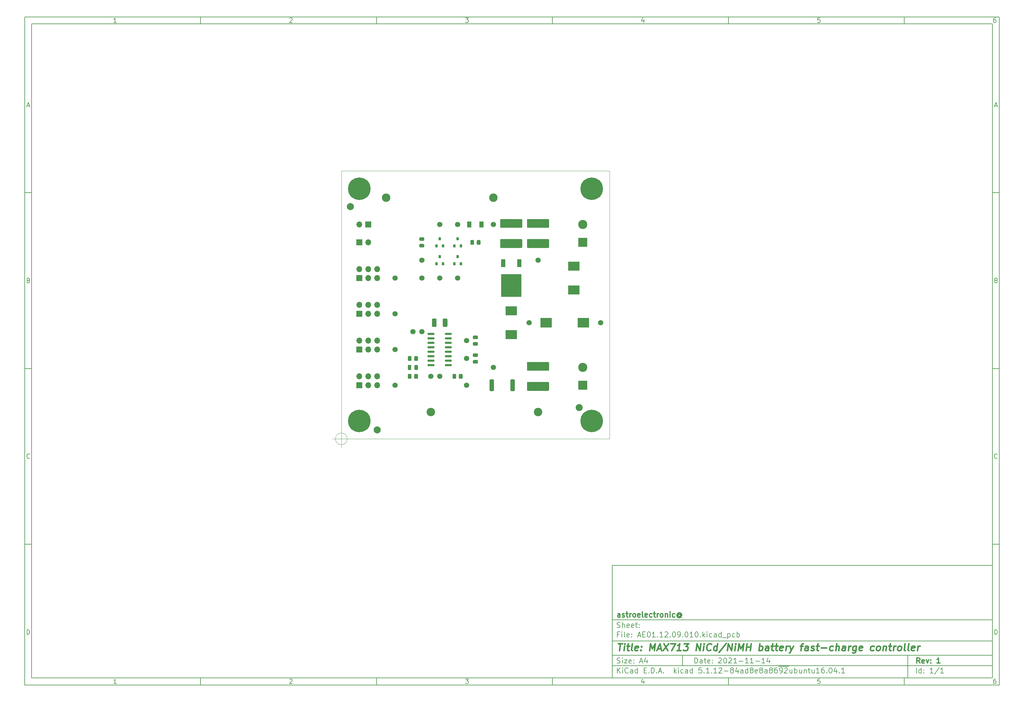
<source format=gbr>
%TF.GenerationSoftware,KiCad,Pcbnew,5.1.12-84ad8e8a86~92~ubuntu16.04.1*%
%TF.CreationDate,2021-11-14T14:14:53+01:00*%
%TF.ProjectId,AE01.12.09.010,41453031-2e31-4322-9e30-392e3031302e,1*%
%TF.SameCoordinates,Original*%
%TF.FileFunction,Soldermask,Top*%
%TF.FilePolarity,Negative*%
%FSLAX46Y46*%
G04 Gerber Fmt 4.6, Leading zero omitted, Abs format (unit mm)*
G04 Created by KiCad (PCBNEW 5.1.12-84ad8e8a86~92~ubuntu16.04.1) date 2021-11-14 14:14:53*
%MOMM*%
%LPD*%
G01*
G04 APERTURE LIST*
%ADD10C,0.100000*%
%ADD11C,0.150000*%
%ADD12C,0.300000*%
%ADD13C,0.400000*%
%TA.AperFunction,Profile*%
%ADD14C,0.050000*%
%TD*%
%ADD15C,1.500000*%
%ADD16C,2.400000*%
%ADD17O,2.400000X2.400000*%
%ADD18C,0.800000*%
%ADD19C,6.400000*%
%ADD20R,2.600000X2.600000*%
%ADD21C,2.600000*%
%ADD22R,3.225800X2.743200*%
%ADD23R,1.200000X2.200000*%
%ADD24R,5.800000X6.400000*%
%ADD25R,0.800000X0.900000*%
%ADD26R,1.700000X1.700000*%
%ADD27O,1.700000X1.700000*%
%ADD28C,2.000000*%
%ADD29R,3.300000X2.500000*%
%ADD30R,1.300000X1.700000*%
G04 APERTURE END LIST*
D10*
D11*
X177002200Y-166007200D02*
X177002200Y-198007200D01*
X285002200Y-198007200D01*
X285002200Y-166007200D01*
X177002200Y-166007200D01*
D10*
D11*
X10000000Y-10000000D02*
X10000000Y-200007200D01*
X287002200Y-200007200D01*
X287002200Y-10000000D01*
X10000000Y-10000000D01*
D10*
D11*
X12000000Y-12000000D02*
X12000000Y-198007200D01*
X285002200Y-198007200D01*
X285002200Y-12000000D01*
X12000000Y-12000000D01*
D10*
D11*
X60000000Y-12000000D02*
X60000000Y-10000000D01*
D10*
D11*
X110000000Y-12000000D02*
X110000000Y-10000000D01*
D10*
D11*
X160000000Y-12000000D02*
X160000000Y-10000000D01*
D10*
D11*
X210000000Y-12000000D02*
X210000000Y-10000000D01*
D10*
D11*
X260000000Y-12000000D02*
X260000000Y-10000000D01*
D10*
D11*
X36065476Y-11588095D02*
X35322619Y-11588095D01*
X35694047Y-11588095D02*
X35694047Y-10288095D01*
X35570238Y-10473809D01*
X35446428Y-10597619D01*
X35322619Y-10659523D01*
D10*
D11*
X85322619Y-10411904D02*
X85384523Y-10350000D01*
X85508333Y-10288095D01*
X85817857Y-10288095D01*
X85941666Y-10350000D01*
X86003571Y-10411904D01*
X86065476Y-10535714D01*
X86065476Y-10659523D01*
X86003571Y-10845238D01*
X85260714Y-11588095D01*
X86065476Y-11588095D01*
D10*
D11*
X135260714Y-10288095D02*
X136065476Y-10288095D01*
X135632142Y-10783333D01*
X135817857Y-10783333D01*
X135941666Y-10845238D01*
X136003571Y-10907142D01*
X136065476Y-11030952D01*
X136065476Y-11340476D01*
X136003571Y-11464285D01*
X135941666Y-11526190D01*
X135817857Y-11588095D01*
X135446428Y-11588095D01*
X135322619Y-11526190D01*
X135260714Y-11464285D01*
D10*
D11*
X185941666Y-10721428D02*
X185941666Y-11588095D01*
X185632142Y-10226190D02*
X185322619Y-11154761D01*
X186127380Y-11154761D01*
D10*
D11*
X236003571Y-10288095D02*
X235384523Y-10288095D01*
X235322619Y-10907142D01*
X235384523Y-10845238D01*
X235508333Y-10783333D01*
X235817857Y-10783333D01*
X235941666Y-10845238D01*
X236003571Y-10907142D01*
X236065476Y-11030952D01*
X236065476Y-11340476D01*
X236003571Y-11464285D01*
X235941666Y-11526190D01*
X235817857Y-11588095D01*
X235508333Y-11588095D01*
X235384523Y-11526190D01*
X235322619Y-11464285D01*
D10*
D11*
X285941666Y-10288095D02*
X285694047Y-10288095D01*
X285570238Y-10350000D01*
X285508333Y-10411904D01*
X285384523Y-10597619D01*
X285322619Y-10845238D01*
X285322619Y-11340476D01*
X285384523Y-11464285D01*
X285446428Y-11526190D01*
X285570238Y-11588095D01*
X285817857Y-11588095D01*
X285941666Y-11526190D01*
X286003571Y-11464285D01*
X286065476Y-11340476D01*
X286065476Y-11030952D01*
X286003571Y-10907142D01*
X285941666Y-10845238D01*
X285817857Y-10783333D01*
X285570238Y-10783333D01*
X285446428Y-10845238D01*
X285384523Y-10907142D01*
X285322619Y-11030952D01*
D10*
D11*
X60000000Y-198007200D02*
X60000000Y-200007200D01*
D10*
D11*
X110000000Y-198007200D02*
X110000000Y-200007200D01*
D10*
D11*
X160000000Y-198007200D02*
X160000000Y-200007200D01*
D10*
D11*
X210000000Y-198007200D02*
X210000000Y-200007200D01*
D10*
D11*
X260000000Y-198007200D02*
X260000000Y-200007200D01*
D10*
D11*
X36065476Y-199595295D02*
X35322619Y-199595295D01*
X35694047Y-199595295D02*
X35694047Y-198295295D01*
X35570238Y-198481009D01*
X35446428Y-198604819D01*
X35322619Y-198666723D01*
D10*
D11*
X85322619Y-198419104D02*
X85384523Y-198357200D01*
X85508333Y-198295295D01*
X85817857Y-198295295D01*
X85941666Y-198357200D01*
X86003571Y-198419104D01*
X86065476Y-198542914D01*
X86065476Y-198666723D01*
X86003571Y-198852438D01*
X85260714Y-199595295D01*
X86065476Y-199595295D01*
D10*
D11*
X135260714Y-198295295D02*
X136065476Y-198295295D01*
X135632142Y-198790533D01*
X135817857Y-198790533D01*
X135941666Y-198852438D01*
X136003571Y-198914342D01*
X136065476Y-199038152D01*
X136065476Y-199347676D01*
X136003571Y-199471485D01*
X135941666Y-199533390D01*
X135817857Y-199595295D01*
X135446428Y-199595295D01*
X135322619Y-199533390D01*
X135260714Y-199471485D01*
D10*
D11*
X185941666Y-198728628D02*
X185941666Y-199595295D01*
X185632142Y-198233390D02*
X185322619Y-199161961D01*
X186127380Y-199161961D01*
D10*
D11*
X236003571Y-198295295D02*
X235384523Y-198295295D01*
X235322619Y-198914342D01*
X235384523Y-198852438D01*
X235508333Y-198790533D01*
X235817857Y-198790533D01*
X235941666Y-198852438D01*
X236003571Y-198914342D01*
X236065476Y-199038152D01*
X236065476Y-199347676D01*
X236003571Y-199471485D01*
X235941666Y-199533390D01*
X235817857Y-199595295D01*
X235508333Y-199595295D01*
X235384523Y-199533390D01*
X235322619Y-199471485D01*
D10*
D11*
X285941666Y-198295295D02*
X285694047Y-198295295D01*
X285570238Y-198357200D01*
X285508333Y-198419104D01*
X285384523Y-198604819D01*
X285322619Y-198852438D01*
X285322619Y-199347676D01*
X285384523Y-199471485D01*
X285446428Y-199533390D01*
X285570238Y-199595295D01*
X285817857Y-199595295D01*
X285941666Y-199533390D01*
X286003571Y-199471485D01*
X286065476Y-199347676D01*
X286065476Y-199038152D01*
X286003571Y-198914342D01*
X285941666Y-198852438D01*
X285817857Y-198790533D01*
X285570238Y-198790533D01*
X285446428Y-198852438D01*
X285384523Y-198914342D01*
X285322619Y-199038152D01*
D10*
D11*
X10000000Y-60000000D02*
X12000000Y-60000000D01*
D10*
D11*
X10000000Y-110000000D02*
X12000000Y-110000000D01*
D10*
D11*
X10000000Y-160000000D02*
X12000000Y-160000000D01*
D10*
D11*
X10690476Y-35216666D02*
X11309523Y-35216666D01*
X10566666Y-35588095D02*
X11000000Y-34288095D01*
X11433333Y-35588095D01*
D10*
D11*
X11092857Y-84907142D02*
X11278571Y-84969047D01*
X11340476Y-85030952D01*
X11402380Y-85154761D01*
X11402380Y-85340476D01*
X11340476Y-85464285D01*
X11278571Y-85526190D01*
X11154761Y-85588095D01*
X10659523Y-85588095D01*
X10659523Y-84288095D01*
X11092857Y-84288095D01*
X11216666Y-84350000D01*
X11278571Y-84411904D01*
X11340476Y-84535714D01*
X11340476Y-84659523D01*
X11278571Y-84783333D01*
X11216666Y-84845238D01*
X11092857Y-84907142D01*
X10659523Y-84907142D01*
D10*
D11*
X11402380Y-135464285D02*
X11340476Y-135526190D01*
X11154761Y-135588095D01*
X11030952Y-135588095D01*
X10845238Y-135526190D01*
X10721428Y-135402380D01*
X10659523Y-135278571D01*
X10597619Y-135030952D01*
X10597619Y-134845238D01*
X10659523Y-134597619D01*
X10721428Y-134473809D01*
X10845238Y-134350000D01*
X11030952Y-134288095D01*
X11154761Y-134288095D01*
X11340476Y-134350000D01*
X11402380Y-134411904D01*
D10*
D11*
X10659523Y-185588095D02*
X10659523Y-184288095D01*
X10969047Y-184288095D01*
X11154761Y-184350000D01*
X11278571Y-184473809D01*
X11340476Y-184597619D01*
X11402380Y-184845238D01*
X11402380Y-185030952D01*
X11340476Y-185278571D01*
X11278571Y-185402380D01*
X11154761Y-185526190D01*
X10969047Y-185588095D01*
X10659523Y-185588095D01*
D10*
D11*
X287002200Y-60000000D02*
X285002200Y-60000000D01*
D10*
D11*
X287002200Y-110000000D02*
X285002200Y-110000000D01*
D10*
D11*
X287002200Y-160000000D02*
X285002200Y-160000000D01*
D10*
D11*
X285692676Y-35216666D02*
X286311723Y-35216666D01*
X285568866Y-35588095D02*
X286002200Y-34288095D01*
X286435533Y-35588095D01*
D10*
D11*
X286095057Y-84907142D02*
X286280771Y-84969047D01*
X286342676Y-85030952D01*
X286404580Y-85154761D01*
X286404580Y-85340476D01*
X286342676Y-85464285D01*
X286280771Y-85526190D01*
X286156961Y-85588095D01*
X285661723Y-85588095D01*
X285661723Y-84288095D01*
X286095057Y-84288095D01*
X286218866Y-84350000D01*
X286280771Y-84411904D01*
X286342676Y-84535714D01*
X286342676Y-84659523D01*
X286280771Y-84783333D01*
X286218866Y-84845238D01*
X286095057Y-84907142D01*
X285661723Y-84907142D01*
D10*
D11*
X286404580Y-135464285D02*
X286342676Y-135526190D01*
X286156961Y-135588095D01*
X286033152Y-135588095D01*
X285847438Y-135526190D01*
X285723628Y-135402380D01*
X285661723Y-135278571D01*
X285599819Y-135030952D01*
X285599819Y-134845238D01*
X285661723Y-134597619D01*
X285723628Y-134473809D01*
X285847438Y-134350000D01*
X286033152Y-134288095D01*
X286156961Y-134288095D01*
X286342676Y-134350000D01*
X286404580Y-134411904D01*
D10*
D11*
X285661723Y-185588095D02*
X285661723Y-184288095D01*
X285971247Y-184288095D01*
X286156961Y-184350000D01*
X286280771Y-184473809D01*
X286342676Y-184597619D01*
X286404580Y-184845238D01*
X286404580Y-185030952D01*
X286342676Y-185278571D01*
X286280771Y-185402380D01*
X286156961Y-185526190D01*
X285971247Y-185588095D01*
X285661723Y-185588095D01*
D10*
D11*
X200434342Y-193785771D02*
X200434342Y-192285771D01*
X200791485Y-192285771D01*
X201005771Y-192357200D01*
X201148628Y-192500057D01*
X201220057Y-192642914D01*
X201291485Y-192928628D01*
X201291485Y-193142914D01*
X201220057Y-193428628D01*
X201148628Y-193571485D01*
X201005771Y-193714342D01*
X200791485Y-193785771D01*
X200434342Y-193785771D01*
X202577200Y-193785771D02*
X202577200Y-193000057D01*
X202505771Y-192857200D01*
X202362914Y-192785771D01*
X202077200Y-192785771D01*
X201934342Y-192857200D01*
X202577200Y-193714342D02*
X202434342Y-193785771D01*
X202077200Y-193785771D01*
X201934342Y-193714342D01*
X201862914Y-193571485D01*
X201862914Y-193428628D01*
X201934342Y-193285771D01*
X202077200Y-193214342D01*
X202434342Y-193214342D01*
X202577200Y-193142914D01*
X203077200Y-192785771D02*
X203648628Y-192785771D01*
X203291485Y-192285771D02*
X203291485Y-193571485D01*
X203362914Y-193714342D01*
X203505771Y-193785771D01*
X203648628Y-193785771D01*
X204720057Y-193714342D02*
X204577200Y-193785771D01*
X204291485Y-193785771D01*
X204148628Y-193714342D01*
X204077200Y-193571485D01*
X204077200Y-193000057D01*
X204148628Y-192857200D01*
X204291485Y-192785771D01*
X204577200Y-192785771D01*
X204720057Y-192857200D01*
X204791485Y-193000057D01*
X204791485Y-193142914D01*
X204077200Y-193285771D01*
X205434342Y-193642914D02*
X205505771Y-193714342D01*
X205434342Y-193785771D01*
X205362914Y-193714342D01*
X205434342Y-193642914D01*
X205434342Y-193785771D01*
X205434342Y-192857200D02*
X205505771Y-192928628D01*
X205434342Y-193000057D01*
X205362914Y-192928628D01*
X205434342Y-192857200D01*
X205434342Y-193000057D01*
X207220057Y-192428628D02*
X207291485Y-192357200D01*
X207434342Y-192285771D01*
X207791485Y-192285771D01*
X207934342Y-192357200D01*
X208005771Y-192428628D01*
X208077200Y-192571485D01*
X208077200Y-192714342D01*
X208005771Y-192928628D01*
X207148628Y-193785771D01*
X208077200Y-193785771D01*
X209005771Y-192285771D02*
X209148628Y-192285771D01*
X209291485Y-192357200D01*
X209362914Y-192428628D01*
X209434342Y-192571485D01*
X209505771Y-192857200D01*
X209505771Y-193214342D01*
X209434342Y-193500057D01*
X209362914Y-193642914D01*
X209291485Y-193714342D01*
X209148628Y-193785771D01*
X209005771Y-193785771D01*
X208862914Y-193714342D01*
X208791485Y-193642914D01*
X208720057Y-193500057D01*
X208648628Y-193214342D01*
X208648628Y-192857200D01*
X208720057Y-192571485D01*
X208791485Y-192428628D01*
X208862914Y-192357200D01*
X209005771Y-192285771D01*
X210077200Y-192428628D02*
X210148628Y-192357200D01*
X210291485Y-192285771D01*
X210648628Y-192285771D01*
X210791485Y-192357200D01*
X210862914Y-192428628D01*
X210934342Y-192571485D01*
X210934342Y-192714342D01*
X210862914Y-192928628D01*
X210005771Y-193785771D01*
X210934342Y-193785771D01*
X212362914Y-193785771D02*
X211505771Y-193785771D01*
X211934342Y-193785771D02*
X211934342Y-192285771D01*
X211791485Y-192500057D01*
X211648628Y-192642914D01*
X211505771Y-192714342D01*
X213005771Y-193214342D02*
X214148628Y-193214342D01*
X215648628Y-193785771D02*
X214791485Y-193785771D01*
X215220057Y-193785771D02*
X215220057Y-192285771D01*
X215077200Y-192500057D01*
X214934342Y-192642914D01*
X214791485Y-192714342D01*
X217077200Y-193785771D02*
X216220057Y-193785771D01*
X216648628Y-193785771D02*
X216648628Y-192285771D01*
X216505771Y-192500057D01*
X216362914Y-192642914D01*
X216220057Y-192714342D01*
X217720057Y-193214342D02*
X218862914Y-193214342D01*
X220362914Y-193785771D02*
X219505771Y-193785771D01*
X219934342Y-193785771D02*
X219934342Y-192285771D01*
X219791485Y-192500057D01*
X219648628Y-192642914D01*
X219505771Y-192714342D01*
X221648628Y-192785771D02*
X221648628Y-193785771D01*
X221291485Y-192214342D02*
X220934342Y-193285771D01*
X221862914Y-193285771D01*
D10*
D11*
X177002200Y-194507200D02*
X285002200Y-194507200D01*
D10*
D11*
X178434342Y-196585771D02*
X178434342Y-195085771D01*
X179291485Y-196585771D02*
X178648628Y-195728628D01*
X179291485Y-195085771D02*
X178434342Y-195942914D01*
X179934342Y-196585771D02*
X179934342Y-195585771D01*
X179934342Y-195085771D02*
X179862914Y-195157200D01*
X179934342Y-195228628D01*
X180005771Y-195157200D01*
X179934342Y-195085771D01*
X179934342Y-195228628D01*
X181505771Y-196442914D02*
X181434342Y-196514342D01*
X181220057Y-196585771D01*
X181077200Y-196585771D01*
X180862914Y-196514342D01*
X180720057Y-196371485D01*
X180648628Y-196228628D01*
X180577200Y-195942914D01*
X180577200Y-195728628D01*
X180648628Y-195442914D01*
X180720057Y-195300057D01*
X180862914Y-195157200D01*
X181077200Y-195085771D01*
X181220057Y-195085771D01*
X181434342Y-195157200D01*
X181505771Y-195228628D01*
X182791485Y-196585771D02*
X182791485Y-195800057D01*
X182720057Y-195657200D01*
X182577200Y-195585771D01*
X182291485Y-195585771D01*
X182148628Y-195657200D01*
X182791485Y-196514342D02*
X182648628Y-196585771D01*
X182291485Y-196585771D01*
X182148628Y-196514342D01*
X182077200Y-196371485D01*
X182077200Y-196228628D01*
X182148628Y-196085771D01*
X182291485Y-196014342D01*
X182648628Y-196014342D01*
X182791485Y-195942914D01*
X184148628Y-196585771D02*
X184148628Y-195085771D01*
X184148628Y-196514342D02*
X184005771Y-196585771D01*
X183720057Y-196585771D01*
X183577200Y-196514342D01*
X183505771Y-196442914D01*
X183434342Y-196300057D01*
X183434342Y-195871485D01*
X183505771Y-195728628D01*
X183577200Y-195657200D01*
X183720057Y-195585771D01*
X184005771Y-195585771D01*
X184148628Y-195657200D01*
X186005771Y-195800057D02*
X186505771Y-195800057D01*
X186720057Y-196585771D02*
X186005771Y-196585771D01*
X186005771Y-195085771D01*
X186720057Y-195085771D01*
X187362914Y-196442914D02*
X187434342Y-196514342D01*
X187362914Y-196585771D01*
X187291485Y-196514342D01*
X187362914Y-196442914D01*
X187362914Y-196585771D01*
X188077200Y-196585771D02*
X188077200Y-195085771D01*
X188434342Y-195085771D01*
X188648628Y-195157200D01*
X188791485Y-195300057D01*
X188862914Y-195442914D01*
X188934342Y-195728628D01*
X188934342Y-195942914D01*
X188862914Y-196228628D01*
X188791485Y-196371485D01*
X188648628Y-196514342D01*
X188434342Y-196585771D01*
X188077200Y-196585771D01*
X189577200Y-196442914D02*
X189648628Y-196514342D01*
X189577200Y-196585771D01*
X189505771Y-196514342D01*
X189577200Y-196442914D01*
X189577200Y-196585771D01*
X190220057Y-196157200D02*
X190934342Y-196157200D01*
X190077200Y-196585771D02*
X190577200Y-195085771D01*
X191077200Y-196585771D01*
X191577200Y-196442914D02*
X191648628Y-196514342D01*
X191577200Y-196585771D01*
X191505771Y-196514342D01*
X191577200Y-196442914D01*
X191577200Y-196585771D01*
X194577200Y-196585771D02*
X194577200Y-195085771D01*
X194720057Y-196014342D02*
X195148628Y-196585771D01*
X195148628Y-195585771D02*
X194577200Y-196157200D01*
X195791485Y-196585771D02*
X195791485Y-195585771D01*
X195791485Y-195085771D02*
X195720057Y-195157200D01*
X195791485Y-195228628D01*
X195862914Y-195157200D01*
X195791485Y-195085771D01*
X195791485Y-195228628D01*
X197148628Y-196514342D02*
X197005771Y-196585771D01*
X196720057Y-196585771D01*
X196577200Y-196514342D01*
X196505771Y-196442914D01*
X196434342Y-196300057D01*
X196434342Y-195871485D01*
X196505771Y-195728628D01*
X196577200Y-195657200D01*
X196720057Y-195585771D01*
X197005771Y-195585771D01*
X197148628Y-195657200D01*
X198434342Y-196585771D02*
X198434342Y-195800057D01*
X198362914Y-195657200D01*
X198220057Y-195585771D01*
X197934342Y-195585771D01*
X197791485Y-195657200D01*
X198434342Y-196514342D02*
X198291485Y-196585771D01*
X197934342Y-196585771D01*
X197791485Y-196514342D01*
X197720057Y-196371485D01*
X197720057Y-196228628D01*
X197791485Y-196085771D01*
X197934342Y-196014342D01*
X198291485Y-196014342D01*
X198434342Y-195942914D01*
X199791485Y-196585771D02*
X199791485Y-195085771D01*
X199791485Y-196514342D02*
X199648628Y-196585771D01*
X199362914Y-196585771D01*
X199220057Y-196514342D01*
X199148628Y-196442914D01*
X199077200Y-196300057D01*
X199077200Y-195871485D01*
X199148628Y-195728628D01*
X199220057Y-195657200D01*
X199362914Y-195585771D01*
X199648628Y-195585771D01*
X199791485Y-195657200D01*
X202362914Y-195085771D02*
X201648628Y-195085771D01*
X201577200Y-195800057D01*
X201648628Y-195728628D01*
X201791485Y-195657200D01*
X202148628Y-195657200D01*
X202291485Y-195728628D01*
X202362914Y-195800057D01*
X202434342Y-195942914D01*
X202434342Y-196300057D01*
X202362914Y-196442914D01*
X202291485Y-196514342D01*
X202148628Y-196585771D01*
X201791485Y-196585771D01*
X201648628Y-196514342D01*
X201577200Y-196442914D01*
X203077200Y-196442914D02*
X203148628Y-196514342D01*
X203077200Y-196585771D01*
X203005771Y-196514342D01*
X203077200Y-196442914D01*
X203077200Y-196585771D01*
X204577200Y-196585771D02*
X203720057Y-196585771D01*
X204148628Y-196585771D02*
X204148628Y-195085771D01*
X204005771Y-195300057D01*
X203862914Y-195442914D01*
X203720057Y-195514342D01*
X205220057Y-196442914D02*
X205291485Y-196514342D01*
X205220057Y-196585771D01*
X205148628Y-196514342D01*
X205220057Y-196442914D01*
X205220057Y-196585771D01*
X206720057Y-196585771D02*
X205862914Y-196585771D01*
X206291485Y-196585771D02*
X206291485Y-195085771D01*
X206148628Y-195300057D01*
X206005771Y-195442914D01*
X205862914Y-195514342D01*
X207291485Y-195228628D02*
X207362914Y-195157200D01*
X207505771Y-195085771D01*
X207862914Y-195085771D01*
X208005771Y-195157200D01*
X208077200Y-195228628D01*
X208148628Y-195371485D01*
X208148628Y-195514342D01*
X208077200Y-195728628D01*
X207220057Y-196585771D01*
X208148628Y-196585771D01*
X208791485Y-196014342D02*
X209934342Y-196014342D01*
X210862914Y-195728628D02*
X210720057Y-195657200D01*
X210648628Y-195585771D01*
X210577200Y-195442914D01*
X210577200Y-195371485D01*
X210648628Y-195228628D01*
X210720057Y-195157200D01*
X210862914Y-195085771D01*
X211148628Y-195085771D01*
X211291485Y-195157200D01*
X211362914Y-195228628D01*
X211434342Y-195371485D01*
X211434342Y-195442914D01*
X211362914Y-195585771D01*
X211291485Y-195657200D01*
X211148628Y-195728628D01*
X210862914Y-195728628D01*
X210720057Y-195800057D01*
X210648628Y-195871485D01*
X210577200Y-196014342D01*
X210577200Y-196300057D01*
X210648628Y-196442914D01*
X210720057Y-196514342D01*
X210862914Y-196585771D01*
X211148628Y-196585771D01*
X211291485Y-196514342D01*
X211362914Y-196442914D01*
X211434342Y-196300057D01*
X211434342Y-196014342D01*
X211362914Y-195871485D01*
X211291485Y-195800057D01*
X211148628Y-195728628D01*
X212720057Y-195585771D02*
X212720057Y-196585771D01*
X212362914Y-195014342D02*
X212005771Y-196085771D01*
X212934342Y-196085771D01*
X214148628Y-196585771D02*
X214148628Y-195800057D01*
X214077200Y-195657200D01*
X213934342Y-195585771D01*
X213648628Y-195585771D01*
X213505771Y-195657200D01*
X214148628Y-196514342D02*
X214005771Y-196585771D01*
X213648628Y-196585771D01*
X213505771Y-196514342D01*
X213434342Y-196371485D01*
X213434342Y-196228628D01*
X213505771Y-196085771D01*
X213648628Y-196014342D01*
X214005771Y-196014342D01*
X214148628Y-195942914D01*
X215505771Y-196585771D02*
X215505771Y-195085771D01*
X215505771Y-196514342D02*
X215362914Y-196585771D01*
X215077200Y-196585771D01*
X214934342Y-196514342D01*
X214862914Y-196442914D01*
X214791485Y-196300057D01*
X214791485Y-195871485D01*
X214862914Y-195728628D01*
X214934342Y-195657200D01*
X215077200Y-195585771D01*
X215362914Y-195585771D01*
X215505771Y-195657200D01*
X216434342Y-195728628D02*
X216291485Y-195657200D01*
X216220057Y-195585771D01*
X216148628Y-195442914D01*
X216148628Y-195371485D01*
X216220057Y-195228628D01*
X216291485Y-195157200D01*
X216434342Y-195085771D01*
X216720057Y-195085771D01*
X216862914Y-195157200D01*
X216934342Y-195228628D01*
X217005771Y-195371485D01*
X217005771Y-195442914D01*
X216934342Y-195585771D01*
X216862914Y-195657200D01*
X216720057Y-195728628D01*
X216434342Y-195728628D01*
X216291485Y-195800057D01*
X216220057Y-195871485D01*
X216148628Y-196014342D01*
X216148628Y-196300057D01*
X216220057Y-196442914D01*
X216291485Y-196514342D01*
X216434342Y-196585771D01*
X216720057Y-196585771D01*
X216862914Y-196514342D01*
X216934342Y-196442914D01*
X217005771Y-196300057D01*
X217005771Y-196014342D01*
X216934342Y-195871485D01*
X216862914Y-195800057D01*
X216720057Y-195728628D01*
X218220057Y-196514342D02*
X218077200Y-196585771D01*
X217791485Y-196585771D01*
X217648628Y-196514342D01*
X217577200Y-196371485D01*
X217577200Y-195800057D01*
X217648628Y-195657200D01*
X217791485Y-195585771D01*
X218077200Y-195585771D01*
X218220057Y-195657200D01*
X218291485Y-195800057D01*
X218291485Y-195942914D01*
X217577200Y-196085771D01*
X219148628Y-195728628D02*
X219005771Y-195657200D01*
X218934342Y-195585771D01*
X218862914Y-195442914D01*
X218862914Y-195371485D01*
X218934342Y-195228628D01*
X219005771Y-195157200D01*
X219148628Y-195085771D01*
X219434342Y-195085771D01*
X219577200Y-195157200D01*
X219648628Y-195228628D01*
X219720057Y-195371485D01*
X219720057Y-195442914D01*
X219648628Y-195585771D01*
X219577200Y-195657200D01*
X219434342Y-195728628D01*
X219148628Y-195728628D01*
X219005771Y-195800057D01*
X218934342Y-195871485D01*
X218862914Y-196014342D01*
X218862914Y-196300057D01*
X218934342Y-196442914D01*
X219005771Y-196514342D01*
X219148628Y-196585771D01*
X219434342Y-196585771D01*
X219577200Y-196514342D01*
X219648628Y-196442914D01*
X219720057Y-196300057D01*
X219720057Y-196014342D01*
X219648628Y-195871485D01*
X219577200Y-195800057D01*
X219434342Y-195728628D01*
X221005771Y-196585771D02*
X221005771Y-195800057D01*
X220934342Y-195657200D01*
X220791485Y-195585771D01*
X220505771Y-195585771D01*
X220362914Y-195657200D01*
X221005771Y-196514342D02*
X220862914Y-196585771D01*
X220505771Y-196585771D01*
X220362914Y-196514342D01*
X220291485Y-196371485D01*
X220291485Y-196228628D01*
X220362914Y-196085771D01*
X220505771Y-196014342D01*
X220862914Y-196014342D01*
X221005771Y-195942914D01*
X221934342Y-195728628D02*
X221791485Y-195657200D01*
X221720057Y-195585771D01*
X221648628Y-195442914D01*
X221648628Y-195371485D01*
X221720057Y-195228628D01*
X221791485Y-195157200D01*
X221934342Y-195085771D01*
X222220057Y-195085771D01*
X222362914Y-195157200D01*
X222434342Y-195228628D01*
X222505771Y-195371485D01*
X222505771Y-195442914D01*
X222434342Y-195585771D01*
X222362914Y-195657200D01*
X222220057Y-195728628D01*
X221934342Y-195728628D01*
X221791485Y-195800057D01*
X221720057Y-195871485D01*
X221648628Y-196014342D01*
X221648628Y-196300057D01*
X221720057Y-196442914D01*
X221791485Y-196514342D01*
X221934342Y-196585771D01*
X222220057Y-196585771D01*
X222362914Y-196514342D01*
X222434342Y-196442914D01*
X222505771Y-196300057D01*
X222505771Y-196014342D01*
X222434342Y-195871485D01*
X222362914Y-195800057D01*
X222220057Y-195728628D01*
X223791485Y-195085771D02*
X223505771Y-195085771D01*
X223362914Y-195157200D01*
X223291485Y-195228628D01*
X223148628Y-195442914D01*
X223077200Y-195728628D01*
X223077200Y-196300057D01*
X223148628Y-196442914D01*
X223220057Y-196514342D01*
X223362914Y-196585771D01*
X223648628Y-196585771D01*
X223791485Y-196514342D01*
X223862914Y-196442914D01*
X223934342Y-196300057D01*
X223934342Y-195942914D01*
X223862914Y-195800057D01*
X223791485Y-195728628D01*
X223648628Y-195657200D01*
X223362914Y-195657200D01*
X223220057Y-195728628D01*
X223148628Y-195800057D01*
X223077200Y-195942914D01*
X224220057Y-194677200D02*
X225648628Y-194677200D01*
X224648628Y-196585771D02*
X224934342Y-196585771D01*
X225077200Y-196514342D01*
X225148628Y-196442914D01*
X225291485Y-196228628D01*
X225362914Y-195942914D01*
X225362914Y-195371485D01*
X225291485Y-195228628D01*
X225220057Y-195157200D01*
X225077200Y-195085771D01*
X224791485Y-195085771D01*
X224648628Y-195157200D01*
X224577200Y-195228628D01*
X224505771Y-195371485D01*
X224505771Y-195728628D01*
X224577200Y-195871485D01*
X224648628Y-195942914D01*
X224791485Y-196014342D01*
X225077200Y-196014342D01*
X225220057Y-195942914D01*
X225291485Y-195871485D01*
X225362914Y-195728628D01*
X225648628Y-194677200D02*
X227077199Y-194677200D01*
X225934342Y-195228628D02*
X226005771Y-195157200D01*
X226148628Y-195085771D01*
X226505771Y-195085771D01*
X226648628Y-195157200D01*
X226720057Y-195228628D01*
X226791485Y-195371485D01*
X226791485Y-195514342D01*
X226720057Y-195728628D01*
X225862914Y-196585771D01*
X226791485Y-196585771D01*
X228077199Y-195585771D02*
X228077199Y-196585771D01*
X227434342Y-195585771D02*
X227434342Y-196371485D01*
X227505771Y-196514342D01*
X227648628Y-196585771D01*
X227862914Y-196585771D01*
X228005771Y-196514342D01*
X228077199Y-196442914D01*
X228791485Y-196585771D02*
X228791485Y-195085771D01*
X228791485Y-195657200D02*
X228934342Y-195585771D01*
X229220057Y-195585771D01*
X229362914Y-195657200D01*
X229434342Y-195728628D01*
X229505771Y-195871485D01*
X229505771Y-196300057D01*
X229434342Y-196442914D01*
X229362914Y-196514342D01*
X229220057Y-196585771D01*
X228934342Y-196585771D01*
X228791485Y-196514342D01*
X230791485Y-195585771D02*
X230791485Y-196585771D01*
X230148628Y-195585771D02*
X230148628Y-196371485D01*
X230220057Y-196514342D01*
X230362914Y-196585771D01*
X230577199Y-196585771D01*
X230720057Y-196514342D01*
X230791485Y-196442914D01*
X231505771Y-195585771D02*
X231505771Y-196585771D01*
X231505771Y-195728628D02*
X231577199Y-195657200D01*
X231720057Y-195585771D01*
X231934342Y-195585771D01*
X232077199Y-195657200D01*
X232148628Y-195800057D01*
X232148628Y-196585771D01*
X232648628Y-195585771D02*
X233220057Y-195585771D01*
X232862914Y-195085771D02*
X232862914Y-196371485D01*
X232934342Y-196514342D01*
X233077200Y-196585771D01*
X233220057Y-196585771D01*
X234362914Y-195585771D02*
X234362914Y-196585771D01*
X233720057Y-195585771D02*
X233720057Y-196371485D01*
X233791485Y-196514342D01*
X233934342Y-196585771D01*
X234148628Y-196585771D01*
X234291485Y-196514342D01*
X234362914Y-196442914D01*
X235862914Y-196585771D02*
X235005771Y-196585771D01*
X235434342Y-196585771D02*
X235434342Y-195085771D01*
X235291485Y-195300057D01*
X235148628Y-195442914D01*
X235005771Y-195514342D01*
X237148628Y-195085771D02*
X236862914Y-195085771D01*
X236720057Y-195157200D01*
X236648628Y-195228628D01*
X236505771Y-195442914D01*
X236434342Y-195728628D01*
X236434342Y-196300057D01*
X236505771Y-196442914D01*
X236577199Y-196514342D01*
X236720057Y-196585771D01*
X237005771Y-196585771D01*
X237148628Y-196514342D01*
X237220057Y-196442914D01*
X237291485Y-196300057D01*
X237291485Y-195942914D01*
X237220057Y-195800057D01*
X237148628Y-195728628D01*
X237005771Y-195657200D01*
X236720057Y-195657200D01*
X236577199Y-195728628D01*
X236505771Y-195800057D01*
X236434342Y-195942914D01*
X237934342Y-196442914D02*
X238005771Y-196514342D01*
X237934342Y-196585771D01*
X237862914Y-196514342D01*
X237934342Y-196442914D01*
X237934342Y-196585771D01*
X238934342Y-195085771D02*
X239077199Y-195085771D01*
X239220057Y-195157200D01*
X239291485Y-195228628D01*
X239362914Y-195371485D01*
X239434342Y-195657200D01*
X239434342Y-196014342D01*
X239362914Y-196300057D01*
X239291485Y-196442914D01*
X239220057Y-196514342D01*
X239077199Y-196585771D01*
X238934342Y-196585771D01*
X238791485Y-196514342D01*
X238720057Y-196442914D01*
X238648628Y-196300057D01*
X238577199Y-196014342D01*
X238577199Y-195657200D01*
X238648628Y-195371485D01*
X238720057Y-195228628D01*
X238791485Y-195157200D01*
X238934342Y-195085771D01*
X240720057Y-195585771D02*
X240720057Y-196585771D01*
X240362914Y-195014342D02*
X240005771Y-196085771D01*
X240934342Y-196085771D01*
X241505771Y-196442914D02*
X241577199Y-196514342D01*
X241505771Y-196585771D01*
X241434342Y-196514342D01*
X241505771Y-196442914D01*
X241505771Y-196585771D01*
X243005771Y-196585771D02*
X242148628Y-196585771D01*
X242577199Y-196585771D02*
X242577199Y-195085771D01*
X242434342Y-195300057D01*
X242291485Y-195442914D01*
X242148628Y-195514342D01*
D10*
D11*
X177002200Y-191507200D02*
X285002200Y-191507200D01*
D10*
D12*
X264411485Y-193785771D02*
X263911485Y-193071485D01*
X263554342Y-193785771D02*
X263554342Y-192285771D01*
X264125771Y-192285771D01*
X264268628Y-192357200D01*
X264340057Y-192428628D01*
X264411485Y-192571485D01*
X264411485Y-192785771D01*
X264340057Y-192928628D01*
X264268628Y-193000057D01*
X264125771Y-193071485D01*
X263554342Y-193071485D01*
X265625771Y-193714342D02*
X265482914Y-193785771D01*
X265197200Y-193785771D01*
X265054342Y-193714342D01*
X264982914Y-193571485D01*
X264982914Y-193000057D01*
X265054342Y-192857200D01*
X265197200Y-192785771D01*
X265482914Y-192785771D01*
X265625771Y-192857200D01*
X265697200Y-193000057D01*
X265697200Y-193142914D01*
X264982914Y-193285771D01*
X266197200Y-192785771D02*
X266554342Y-193785771D01*
X266911485Y-192785771D01*
X267482914Y-193642914D02*
X267554342Y-193714342D01*
X267482914Y-193785771D01*
X267411485Y-193714342D01*
X267482914Y-193642914D01*
X267482914Y-193785771D01*
X267482914Y-192857200D02*
X267554342Y-192928628D01*
X267482914Y-193000057D01*
X267411485Y-192928628D01*
X267482914Y-192857200D01*
X267482914Y-193000057D01*
X270125771Y-193785771D02*
X269268628Y-193785771D01*
X269697200Y-193785771D02*
X269697200Y-192285771D01*
X269554342Y-192500057D01*
X269411485Y-192642914D01*
X269268628Y-192714342D01*
D10*
D11*
X178362914Y-193714342D02*
X178577200Y-193785771D01*
X178934342Y-193785771D01*
X179077200Y-193714342D01*
X179148628Y-193642914D01*
X179220057Y-193500057D01*
X179220057Y-193357200D01*
X179148628Y-193214342D01*
X179077200Y-193142914D01*
X178934342Y-193071485D01*
X178648628Y-193000057D01*
X178505771Y-192928628D01*
X178434342Y-192857200D01*
X178362914Y-192714342D01*
X178362914Y-192571485D01*
X178434342Y-192428628D01*
X178505771Y-192357200D01*
X178648628Y-192285771D01*
X179005771Y-192285771D01*
X179220057Y-192357200D01*
X179862914Y-193785771D02*
X179862914Y-192785771D01*
X179862914Y-192285771D02*
X179791485Y-192357200D01*
X179862914Y-192428628D01*
X179934342Y-192357200D01*
X179862914Y-192285771D01*
X179862914Y-192428628D01*
X180434342Y-192785771D02*
X181220057Y-192785771D01*
X180434342Y-193785771D01*
X181220057Y-193785771D01*
X182362914Y-193714342D02*
X182220057Y-193785771D01*
X181934342Y-193785771D01*
X181791485Y-193714342D01*
X181720057Y-193571485D01*
X181720057Y-193000057D01*
X181791485Y-192857200D01*
X181934342Y-192785771D01*
X182220057Y-192785771D01*
X182362914Y-192857200D01*
X182434342Y-193000057D01*
X182434342Y-193142914D01*
X181720057Y-193285771D01*
X183077200Y-193642914D02*
X183148628Y-193714342D01*
X183077200Y-193785771D01*
X183005771Y-193714342D01*
X183077200Y-193642914D01*
X183077200Y-193785771D01*
X183077200Y-192857200D02*
X183148628Y-192928628D01*
X183077200Y-193000057D01*
X183005771Y-192928628D01*
X183077200Y-192857200D01*
X183077200Y-193000057D01*
X184862914Y-193357200D02*
X185577200Y-193357200D01*
X184720057Y-193785771D02*
X185220057Y-192285771D01*
X185720057Y-193785771D01*
X186862914Y-192785771D02*
X186862914Y-193785771D01*
X186505771Y-192214342D02*
X186148628Y-193285771D01*
X187077200Y-193285771D01*
D10*
D11*
X263434342Y-196585771D02*
X263434342Y-195085771D01*
X264791485Y-196585771D02*
X264791485Y-195085771D01*
X264791485Y-196514342D02*
X264648628Y-196585771D01*
X264362914Y-196585771D01*
X264220057Y-196514342D01*
X264148628Y-196442914D01*
X264077200Y-196300057D01*
X264077200Y-195871485D01*
X264148628Y-195728628D01*
X264220057Y-195657200D01*
X264362914Y-195585771D01*
X264648628Y-195585771D01*
X264791485Y-195657200D01*
X265505771Y-196442914D02*
X265577200Y-196514342D01*
X265505771Y-196585771D01*
X265434342Y-196514342D01*
X265505771Y-196442914D01*
X265505771Y-196585771D01*
X265505771Y-195657200D02*
X265577200Y-195728628D01*
X265505771Y-195800057D01*
X265434342Y-195728628D01*
X265505771Y-195657200D01*
X265505771Y-195800057D01*
X268148628Y-196585771D02*
X267291485Y-196585771D01*
X267720057Y-196585771D02*
X267720057Y-195085771D01*
X267577200Y-195300057D01*
X267434342Y-195442914D01*
X267291485Y-195514342D01*
X269862914Y-195014342D02*
X268577200Y-196942914D01*
X271148628Y-196585771D02*
X270291485Y-196585771D01*
X270720057Y-196585771D02*
X270720057Y-195085771D01*
X270577200Y-195300057D01*
X270434342Y-195442914D01*
X270291485Y-195514342D01*
D10*
D11*
X177002200Y-187507200D02*
X285002200Y-187507200D01*
D10*
D13*
X178714580Y-188211961D02*
X179857438Y-188211961D01*
X179036009Y-190211961D02*
X179286009Y-188211961D01*
X180274104Y-190211961D02*
X180440771Y-188878628D01*
X180524104Y-188211961D02*
X180416961Y-188307200D01*
X180500295Y-188402438D01*
X180607438Y-188307200D01*
X180524104Y-188211961D01*
X180500295Y-188402438D01*
X181107438Y-188878628D02*
X181869342Y-188878628D01*
X181476485Y-188211961D02*
X181262200Y-189926247D01*
X181333628Y-190116723D01*
X181512200Y-190211961D01*
X181702676Y-190211961D01*
X182655057Y-190211961D02*
X182476485Y-190116723D01*
X182405057Y-189926247D01*
X182619342Y-188211961D01*
X184190771Y-190116723D02*
X183988390Y-190211961D01*
X183607438Y-190211961D01*
X183428866Y-190116723D01*
X183357438Y-189926247D01*
X183452676Y-189164342D01*
X183571723Y-188973866D01*
X183774104Y-188878628D01*
X184155057Y-188878628D01*
X184333628Y-188973866D01*
X184405057Y-189164342D01*
X184381247Y-189354819D01*
X183405057Y-189545295D01*
X185155057Y-190021485D02*
X185238390Y-190116723D01*
X185131247Y-190211961D01*
X185047914Y-190116723D01*
X185155057Y-190021485D01*
X185131247Y-190211961D01*
X185286009Y-188973866D02*
X185369342Y-189069104D01*
X185262200Y-189164342D01*
X185178866Y-189069104D01*
X185286009Y-188973866D01*
X185262200Y-189164342D01*
X187607438Y-190211961D02*
X187857438Y-188211961D01*
X188345533Y-189640533D01*
X189190771Y-188211961D01*
X188940771Y-190211961D01*
X189869342Y-189640533D02*
X190821723Y-189640533D01*
X189607438Y-190211961D02*
X190524104Y-188211961D01*
X190940771Y-190211961D01*
X191666961Y-188211961D02*
X192750295Y-190211961D01*
X193000295Y-188211961D02*
X191416961Y-190211961D01*
X193571723Y-188211961D02*
X194905057Y-188211961D01*
X193797914Y-190211961D01*
X196464580Y-190211961D02*
X195321723Y-190211961D01*
X195893152Y-190211961D02*
X196143152Y-188211961D01*
X195916961Y-188497676D01*
X195702676Y-188688152D01*
X195500295Y-188783390D01*
X197381247Y-188211961D02*
X198619342Y-188211961D01*
X197857438Y-188973866D01*
X198143152Y-188973866D01*
X198321723Y-189069104D01*
X198405057Y-189164342D01*
X198476485Y-189354819D01*
X198416961Y-189831009D01*
X198297914Y-190021485D01*
X198190771Y-190116723D01*
X197988390Y-190211961D01*
X197416961Y-190211961D01*
X197238390Y-190116723D01*
X197155057Y-190021485D01*
X200750295Y-190211961D02*
X201000295Y-188211961D01*
X201893152Y-190211961D01*
X202143152Y-188211961D01*
X202845533Y-190211961D02*
X203012200Y-188878628D01*
X203095533Y-188211961D02*
X202988390Y-188307200D01*
X203071723Y-188402438D01*
X203178866Y-188307200D01*
X203095533Y-188211961D01*
X203071723Y-188402438D01*
X204964580Y-190021485D02*
X204857438Y-190116723D01*
X204559819Y-190211961D01*
X204369342Y-190211961D01*
X204095533Y-190116723D01*
X203928866Y-189926247D01*
X203857438Y-189735771D01*
X203809819Y-189354819D01*
X203845533Y-189069104D01*
X203988390Y-188688152D01*
X204107438Y-188497676D01*
X204321723Y-188307200D01*
X204619342Y-188211961D01*
X204809819Y-188211961D01*
X205083628Y-188307200D01*
X205166961Y-188402438D01*
X206655057Y-190211961D02*
X206905057Y-188211961D01*
X206666961Y-190116723D02*
X206464580Y-190211961D01*
X206083628Y-190211961D01*
X205905057Y-190116723D01*
X205821723Y-190021485D01*
X205750295Y-189831009D01*
X205821723Y-189259580D01*
X205940771Y-189069104D01*
X206047914Y-188973866D01*
X206250295Y-188878628D01*
X206631247Y-188878628D01*
X206809819Y-188973866D01*
X209297914Y-188116723D02*
X207262200Y-190688152D01*
X209702676Y-190211961D02*
X209952676Y-188211961D01*
X210845533Y-190211961D01*
X211095533Y-188211961D01*
X211797914Y-190211961D02*
X211964580Y-188878628D01*
X212047914Y-188211961D02*
X211940771Y-188307200D01*
X212024104Y-188402438D01*
X212131247Y-188307200D01*
X212047914Y-188211961D01*
X212024104Y-188402438D01*
X212750295Y-190211961D02*
X213000295Y-188211961D01*
X213488390Y-189640533D01*
X214333628Y-188211961D01*
X214083628Y-190211961D01*
X215036009Y-190211961D02*
X215286009Y-188211961D01*
X215166961Y-189164342D02*
X216309819Y-189164342D01*
X216178866Y-190211961D02*
X216428866Y-188211961D01*
X218655057Y-190211961D02*
X218905057Y-188211961D01*
X218809819Y-188973866D02*
X219012200Y-188878628D01*
X219393152Y-188878628D01*
X219571723Y-188973866D01*
X219655057Y-189069104D01*
X219726485Y-189259580D01*
X219655057Y-189831009D01*
X219536009Y-190021485D01*
X219428866Y-190116723D01*
X219226485Y-190211961D01*
X218845533Y-190211961D01*
X218666961Y-190116723D01*
X221321723Y-190211961D02*
X221452676Y-189164342D01*
X221381247Y-188973866D01*
X221202676Y-188878628D01*
X220821723Y-188878628D01*
X220619342Y-188973866D01*
X221333628Y-190116723D02*
X221131247Y-190211961D01*
X220655057Y-190211961D01*
X220476485Y-190116723D01*
X220405057Y-189926247D01*
X220428866Y-189735771D01*
X220547914Y-189545295D01*
X220750295Y-189450057D01*
X221226485Y-189450057D01*
X221428866Y-189354819D01*
X222155057Y-188878628D02*
X222916961Y-188878628D01*
X222524104Y-188211961D02*
X222309819Y-189926247D01*
X222381247Y-190116723D01*
X222559819Y-190211961D01*
X222750295Y-190211961D01*
X223297914Y-188878628D02*
X224059819Y-188878628D01*
X223666961Y-188211961D02*
X223452676Y-189926247D01*
X223524104Y-190116723D01*
X223702676Y-190211961D01*
X223893152Y-190211961D01*
X225333628Y-190116723D02*
X225131247Y-190211961D01*
X224750295Y-190211961D01*
X224571723Y-190116723D01*
X224500295Y-189926247D01*
X224595533Y-189164342D01*
X224714580Y-188973866D01*
X224916961Y-188878628D01*
X225297914Y-188878628D01*
X225476485Y-188973866D01*
X225547914Y-189164342D01*
X225524104Y-189354819D01*
X224547914Y-189545295D01*
X226274104Y-190211961D02*
X226440771Y-188878628D01*
X226393152Y-189259580D02*
X226512200Y-189069104D01*
X226619342Y-188973866D01*
X226821723Y-188878628D01*
X227012199Y-188878628D01*
X227488390Y-188878628D02*
X227797914Y-190211961D01*
X228440771Y-188878628D02*
X227797914Y-190211961D01*
X227547914Y-190688152D01*
X227440771Y-190783390D01*
X227238390Y-190878628D01*
X230440771Y-188878628D02*
X231202676Y-188878628D01*
X230559819Y-190211961D02*
X230774104Y-188497676D01*
X230893152Y-188307200D01*
X231095533Y-188211961D01*
X231286009Y-188211961D01*
X232559819Y-190211961D02*
X232690771Y-189164342D01*
X232619342Y-188973866D01*
X232440771Y-188878628D01*
X232059819Y-188878628D01*
X231857438Y-188973866D01*
X232571723Y-190116723D02*
X232369342Y-190211961D01*
X231893152Y-190211961D01*
X231714580Y-190116723D01*
X231643152Y-189926247D01*
X231666961Y-189735771D01*
X231786009Y-189545295D01*
X231988390Y-189450057D01*
X232464580Y-189450057D01*
X232666961Y-189354819D01*
X233428866Y-190116723D02*
X233607438Y-190211961D01*
X233988390Y-190211961D01*
X234190771Y-190116723D01*
X234309819Y-189926247D01*
X234321723Y-189831009D01*
X234250295Y-189640533D01*
X234071723Y-189545295D01*
X233786009Y-189545295D01*
X233607438Y-189450057D01*
X233536009Y-189259580D01*
X233547914Y-189164342D01*
X233666961Y-188973866D01*
X233869342Y-188878628D01*
X234155057Y-188878628D01*
X234333628Y-188973866D01*
X235012199Y-188878628D02*
X235774104Y-188878628D01*
X235381247Y-188211961D02*
X235166961Y-189926247D01*
X235238390Y-190116723D01*
X235416961Y-190211961D01*
X235607438Y-190211961D01*
X236369342Y-189450057D02*
X237893152Y-189450057D01*
X239619342Y-190116723D02*
X239416961Y-190211961D01*
X239036009Y-190211961D01*
X238857438Y-190116723D01*
X238774104Y-190021485D01*
X238702676Y-189831009D01*
X238774104Y-189259580D01*
X238893152Y-189069104D01*
X239000295Y-188973866D01*
X239202676Y-188878628D01*
X239583628Y-188878628D01*
X239762199Y-188973866D01*
X240464580Y-190211961D02*
X240714580Y-188211961D01*
X241321723Y-190211961D02*
X241452676Y-189164342D01*
X241381247Y-188973866D01*
X241202676Y-188878628D01*
X240916961Y-188878628D01*
X240714580Y-188973866D01*
X240607438Y-189069104D01*
X243131247Y-190211961D02*
X243262199Y-189164342D01*
X243190771Y-188973866D01*
X243012199Y-188878628D01*
X242631247Y-188878628D01*
X242428866Y-188973866D01*
X243143152Y-190116723D02*
X242940771Y-190211961D01*
X242464580Y-190211961D01*
X242286009Y-190116723D01*
X242214580Y-189926247D01*
X242238390Y-189735771D01*
X242357438Y-189545295D01*
X242559819Y-189450057D01*
X243036009Y-189450057D01*
X243238390Y-189354819D01*
X244083628Y-190211961D02*
X244250295Y-188878628D01*
X244202676Y-189259580D02*
X244321723Y-189069104D01*
X244428866Y-188973866D01*
X244631247Y-188878628D01*
X244821723Y-188878628D01*
X246345533Y-188878628D02*
X246143152Y-190497676D01*
X246024104Y-190688152D01*
X245916961Y-190783390D01*
X245714580Y-190878628D01*
X245428866Y-190878628D01*
X245250295Y-190783390D01*
X246190771Y-190116723D02*
X245988390Y-190211961D01*
X245607438Y-190211961D01*
X245428866Y-190116723D01*
X245345533Y-190021485D01*
X245274104Y-189831009D01*
X245345533Y-189259580D01*
X245464580Y-189069104D01*
X245571723Y-188973866D01*
X245774104Y-188878628D01*
X246155057Y-188878628D01*
X246333628Y-188973866D01*
X247905057Y-190116723D02*
X247702676Y-190211961D01*
X247321723Y-190211961D01*
X247143152Y-190116723D01*
X247071723Y-189926247D01*
X247166961Y-189164342D01*
X247286009Y-188973866D01*
X247488390Y-188878628D01*
X247869342Y-188878628D01*
X248047914Y-188973866D01*
X248119342Y-189164342D01*
X248095533Y-189354819D01*
X247119342Y-189545295D01*
X251238390Y-190116723D02*
X251036009Y-190211961D01*
X250655057Y-190211961D01*
X250476485Y-190116723D01*
X250393152Y-190021485D01*
X250321723Y-189831009D01*
X250393152Y-189259580D01*
X250512200Y-189069104D01*
X250619342Y-188973866D01*
X250821723Y-188878628D01*
X251202676Y-188878628D01*
X251381247Y-188973866D01*
X252369342Y-190211961D02*
X252190771Y-190116723D01*
X252107438Y-190021485D01*
X252036009Y-189831009D01*
X252107438Y-189259580D01*
X252226485Y-189069104D01*
X252333628Y-188973866D01*
X252536009Y-188878628D01*
X252821723Y-188878628D01*
X253000295Y-188973866D01*
X253083628Y-189069104D01*
X253155057Y-189259580D01*
X253083628Y-189831009D01*
X252964580Y-190021485D01*
X252857438Y-190116723D01*
X252655057Y-190211961D01*
X252369342Y-190211961D01*
X254059819Y-188878628D02*
X253893152Y-190211961D01*
X254036009Y-189069104D02*
X254143152Y-188973866D01*
X254345533Y-188878628D01*
X254631247Y-188878628D01*
X254809819Y-188973866D01*
X254881247Y-189164342D01*
X254750295Y-190211961D01*
X255583628Y-188878628D02*
X256345533Y-188878628D01*
X255952676Y-188211961D02*
X255738390Y-189926247D01*
X255809819Y-190116723D01*
X255988390Y-190211961D01*
X256178866Y-190211961D01*
X256845533Y-190211961D02*
X257012200Y-188878628D01*
X256964580Y-189259580D02*
X257083628Y-189069104D01*
X257190771Y-188973866D01*
X257393152Y-188878628D01*
X257583628Y-188878628D01*
X258369342Y-190211961D02*
X258190771Y-190116723D01*
X258107438Y-190021485D01*
X258036009Y-189831009D01*
X258107438Y-189259580D01*
X258226485Y-189069104D01*
X258333628Y-188973866D01*
X258536009Y-188878628D01*
X258821723Y-188878628D01*
X259000295Y-188973866D01*
X259083628Y-189069104D01*
X259155057Y-189259580D01*
X259083628Y-189831009D01*
X258964580Y-190021485D01*
X258857438Y-190116723D01*
X258655057Y-190211961D01*
X258369342Y-190211961D01*
X260178866Y-190211961D02*
X260000295Y-190116723D01*
X259928866Y-189926247D01*
X260143152Y-188211961D01*
X261226485Y-190211961D02*
X261047914Y-190116723D01*
X260976485Y-189926247D01*
X261190771Y-188211961D01*
X262762199Y-190116723D02*
X262559819Y-190211961D01*
X262178866Y-190211961D01*
X262000295Y-190116723D01*
X261928866Y-189926247D01*
X262024104Y-189164342D01*
X262143152Y-188973866D01*
X262345533Y-188878628D01*
X262726485Y-188878628D01*
X262905057Y-188973866D01*
X262976485Y-189164342D01*
X262952676Y-189354819D01*
X261976485Y-189545295D01*
X263702676Y-190211961D02*
X263869342Y-188878628D01*
X263821723Y-189259580D02*
X263940771Y-189069104D01*
X264047914Y-188973866D01*
X264250295Y-188878628D01*
X264440771Y-188878628D01*
D10*
D11*
X178934342Y-185600057D02*
X178434342Y-185600057D01*
X178434342Y-186385771D02*
X178434342Y-184885771D01*
X179148628Y-184885771D01*
X179720057Y-186385771D02*
X179720057Y-185385771D01*
X179720057Y-184885771D02*
X179648628Y-184957200D01*
X179720057Y-185028628D01*
X179791485Y-184957200D01*
X179720057Y-184885771D01*
X179720057Y-185028628D01*
X180648628Y-186385771D02*
X180505771Y-186314342D01*
X180434342Y-186171485D01*
X180434342Y-184885771D01*
X181791485Y-186314342D02*
X181648628Y-186385771D01*
X181362914Y-186385771D01*
X181220057Y-186314342D01*
X181148628Y-186171485D01*
X181148628Y-185600057D01*
X181220057Y-185457200D01*
X181362914Y-185385771D01*
X181648628Y-185385771D01*
X181791485Y-185457200D01*
X181862914Y-185600057D01*
X181862914Y-185742914D01*
X181148628Y-185885771D01*
X182505771Y-186242914D02*
X182577200Y-186314342D01*
X182505771Y-186385771D01*
X182434342Y-186314342D01*
X182505771Y-186242914D01*
X182505771Y-186385771D01*
X182505771Y-185457200D02*
X182577200Y-185528628D01*
X182505771Y-185600057D01*
X182434342Y-185528628D01*
X182505771Y-185457200D01*
X182505771Y-185600057D01*
X184291485Y-185957200D02*
X185005771Y-185957200D01*
X184148628Y-186385771D02*
X184648628Y-184885771D01*
X185148628Y-186385771D01*
X185648628Y-185600057D02*
X186148628Y-185600057D01*
X186362914Y-186385771D02*
X185648628Y-186385771D01*
X185648628Y-184885771D01*
X186362914Y-184885771D01*
X187291485Y-184885771D02*
X187434342Y-184885771D01*
X187577200Y-184957200D01*
X187648628Y-185028628D01*
X187720057Y-185171485D01*
X187791485Y-185457200D01*
X187791485Y-185814342D01*
X187720057Y-186100057D01*
X187648628Y-186242914D01*
X187577200Y-186314342D01*
X187434342Y-186385771D01*
X187291485Y-186385771D01*
X187148628Y-186314342D01*
X187077200Y-186242914D01*
X187005771Y-186100057D01*
X186934342Y-185814342D01*
X186934342Y-185457200D01*
X187005771Y-185171485D01*
X187077200Y-185028628D01*
X187148628Y-184957200D01*
X187291485Y-184885771D01*
X189220057Y-186385771D02*
X188362914Y-186385771D01*
X188791485Y-186385771D02*
X188791485Y-184885771D01*
X188648628Y-185100057D01*
X188505771Y-185242914D01*
X188362914Y-185314342D01*
X189862914Y-186242914D02*
X189934342Y-186314342D01*
X189862914Y-186385771D01*
X189791485Y-186314342D01*
X189862914Y-186242914D01*
X189862914Y-186385771D01*
X191362914Y-186385771D02*
X190505771Y-186385771D01*
X190934342Y-186385771D02*
X190934342Y-184885771D01*
X190791485Y-185100057D01*
X190648628Y-185242914D01*
X190505771Y-185314342D01*
X191934342Y-185028628D02*
X192005771Y-184957200D01*
X192148628Y-184885771D01*
X192505771Y-184885771D01*
X192648628Y-184957200D01*
X192720057Y-185028628D01*
X192791485Y-185171485D01*
X192791485Y-185314342D01*
X192720057Y-185528628D01*
X191862914Y-186385771D01*
X192791485Y-186385771D01*
X193434342Y-186242914D02*
X193505771Y-186314342D01*
X193434342Y-186385771D01*
X193362914Y-186314342D01*
X193434342Y-186242914D01*
X193434342Y-186385771D01*
X194434342Y-184885771D02*
X194577200Y-184885771D01*
X194720057Y-184957200D01*
X194791485Y-185028628D01*
X194862914Y-185171485D01*
X194934342Y-185457200D01*
X194934342Y-185814342D01*
X194862914Y-186100057D01*
X194791485Y-186242914D01*
X194720057Y-186314342D01*
X194577200Y-186385771D01*
X194434342Y-186385771D01*
X194291485Y-186314342D01*
X194220057Y-186242914D01*
X194148628Y-186100057D01*
X194077200Y-185814342D01*
X194077200Y-185457200D01*
X194148628Y-185171485D01*
X194220057Y-185028628D01*
X194291485Y-184957200D01*
X194434342Y-184885771D01*
X195648628Y-186385771D02*
X195934342Y-186385771D01*
X196077200Y-186314342D01*
X196148628Y-186242914D01*
X196291485Y-186028628D01*
X196362914Y-185742914D01*
X196362914Y-185171485D01*
X196291485Y-185028628D01*
X196220057Y-184957200D01*
X196077200Y-184885771D01*
X195791485Y-184885771D01*
X195648628Y-184957200D01*
X195577200Y-185028628D01*
X195505771Y-185171485D01*
X195505771Y-185528628D01*
X195577200Y-185671485D01*
X195648628Y-185742914D01*
X195791485Y-185814342D01*
X196077200Y-185814342D01*
X196220057Y-185742914D01*
X196291485Y-185671485D01*
X196362914Y-185528628D01*
X197005771Y-186242914D02*
X197077200Y-186314342D01*
X197005771Y-186385771D01*
X196934342Y-186314342D01*
X197005771Y-186242914D01*
X197005771Y-186385771D01*
X198005771Y-184885771D02*
X198148628Y-184885771D01*
X198291485Y-184957200D01*
X198362914Y-185028628D01*
X198434342Y-185171485D01*
X198505771Y-185457200D01*
X198505771Y-185814342D01*
X198434342Y-186100057D01*
X198362914Y-186242914D01*
X198291485Y-186314342D01*
X198148628Y-186385771D01*
X198005771Y-186385771D01*
X197862914Y-186314342D01*
X197791485Y-186242914D01*
X197720057Y-186100057D01*
X197648628Y-185814342D01*
X197648628Y-185457200D01*
X197720057Y-185171485D01*
X197791485Y-185028628D01*
X197862914Y-184957200D01*
X198005771Y-184885771D01*
X199934342Y-186385771D02*
X199077200Y-186385771D01*
X199505771Y-186385771D02*
X199505771Y-184885771D01*
X199362914Y-185100057D01*
X199220057Y-185242914D01*
X199077200Y-185314342D01*
X200862914Y-184885771D02*
X201005771Y-184885771D01*
X201148628Y-184957200D01*
X201220057Y-185028628D01*
X201291485Y-185171485D01*
X201362914Y-185457200D01*
X201362914Y-185814342D01*
X201291485Y-186100057D01*
X201220057Y-186242914D01*
X201148628Y-186314342D01*
X201005771Y-186385771D01*
X200862914Y-186385771D01*
X200720057Y-186314342D01*
X200648628Y-186242914D01*
X200577200Y-186100057D01*
X200505771Y-185814342D01*
X200505771Y-185457200D01*
X200577200Y-185171485D01*
X200648628Y-185028628D01*
X200720057Y-184957200D01*
X200862914Y-184885771D01*
X202005771Y-186242914D02*
X202077200Y-186314342D01*
X202005771Y-186385771D01*
X201934342Y-186314342D01*
X202005771Y-186242914D01*
X202005771Y-186385771D01*
X202720057Y-186385771D02*
X202720057Y-184885771D01*
X202862914Y-185814342D02*
X203291485Y-186385771D01*
X203291485Y-185385771D02*
X202720057Y-185957200D01*
X203934342Y-186385771D02*
X203934342Y-185385771D01*
X203934342Y-184885771D02*
X203862914Y-184957200D01*
X203934342Y-185028628D01*
X204005771Y-184957200D01*
X203934342Y-184885771D01*
X203934342Y-185028628D01*
X205291485Y-186314342D02*
X205148628Y-186385771D01*
X204862914Y-186385771D01*
X204720057Y-186314342D01*
X204648628Y-186242914D01*
X204577200Y-186100057D01*
X204577200Y-185671485D01*
X204648628Y-185528628D01*
X204720057Y-185457200D01*
X204862914Y-185385771D01*
X205148628Y-185385771D01*
X205291485Y-185457200D01*
X206577200Y-186385771D02*
X206577200Y-185600057D01*
X206505771Y-185457200D01*
X206362914Y-185385771D01*
X206077200Y-185385771D01*
X205934342Y-185457200D01*
X206577200Y-186314342D02*
X206434342Y-186385771D01*
X206077200Y-186385771D01*
X205934342Y-186314342D01*
X205862914Y-186171485D01*
X205862914Y-186028628D01*
X205934342Y-185885771D01*
X206077200Y-185814342D01*
X206434342Y-185814342D01*
X206577200Y-185742914D01*
X207934342Y-186385771D02*
X207934342Y-184885771D01*
X207934342Y-186314342D02*
X207791485Y-186385771D01*
X207505771Y-186385771D01*
X207362914Y-186314342D01*
X207291485Y-186242914D01*
X207220057Y-186100057D01*
X207220057Y-185671485D01*
X207291485Y-185528628D01*
X207362914Y-185457200D01*
X207505771Y-185385771D01*
X207791485Y-185385771D01*
X207934342Y-185457200D01*
X208291485Y-186528628D02*
X209434342Y-186528628D01*
X209791485Y-185385771D02*
X209791485Y-186885771D01*
X209791485Y-185457200D02*
X209934342Y-185385771D01*
X210220057Y-185385771D01*
X210362914Y-185457200D01*
X210434342Y-185528628D01*
X210505771Y-185671485D01*
X210505771Y-186100057D01*
X210434342Y-186242914D01*
X210362914Y-186314342D01*
X210220057Y-186385771D01*
X209934342Y-186385771D01*
X209791485Y-186314342D01*
X211791485Y-186314342D02*
X211648628Y-186385771D01*
X211362914Y-186385771D01*
X211220057Y-186314342D01*
X211148628Y-186242914D01*
X211077200Y-186100057D01*
X211077200Y-185671485D01*
X211148628Y-185528628D01*
X211220057Y-185457200D01*
X211362914Y-185385771D01*
X211648628Y-185385771D01*
X211791485Y-185457200D01*
X212434342Y-186385771D02*
X212434342Y-184885771D01*
X212434342Y-185457200D02*
X212577200Y-185385771D01*
X212862914Y-185385771D01*
X213005771Y-185457200D01*
X213077200Y-185528628D01*
X213148628Y-185671485D01*
X213148628Y-186100057D01*
X213077200Y-186242914D01*
X213005771Y-186314342D01*
X212862914Y-186385771D01*
X212577200Y-186385771D01*
X212434342Y-186314342D01*
D10*
D11*
X177002200Y-181507200D02*
X285002200Y-181507200D01*
D10*
D11*
X178362914Y-183614342D02*
X178577200Y-183685771D01*
X178934342Y-183685771D01*
X179077200Y-183614342D01*
X179148628Y-183542914D01*
X179220057Y-183400057D01*
X179220057Y-183257200D01*
X179148628Y-183114342D01*
X179077200Y-183042914D01*
X178934342Y-182971485D01*
X178648628Y-182900057D01*
X178505771Y-182828628D01*
X178434342Y-182757200D01*
X178362914Y-182614342D01*
X178362914Y-182471485D01*
X178434342Y-182328628D01*
X178505771Y-182257200D01*
X178648628Y-182185771D01*
X179005771Y-182185771D01*
X179220057Y-182257200D01*
X179862914Y-183685771D02*
X179862914Y-182185771D01*
X180505771Y-183685771D02*
X180505771Y-182900057D01*
X180434342Y-182757200D01*
X180291485Y-182685771D01*
X180077200Y-182685771D01*
X179934342Y-182757200D01*
X179862914Y-182828628D01*
X181791485Y-183614342D02*
X181648628Y-183685771D01*
X181362914Y-183685771D01*
X181220057Y-183614342D01*
X181148628Y-183471485D01*
X181148628Y-182900057D01*
X181220057Y-182757200D01*
X181362914Y-182685771D01*
X181648628Y-182685771D01*
X181791485Y-182757200D01*
X181862914Y-182900057D01*
X181862914Y-183042914D01*
X181148628Y-183185771D01*
X183077200Y-183614342D02*
X182934342Y-183685771D01*
X182648628Y-183685771D01*
X182505771Y-183614342D01*
X182434342Y-183471485D01*
X182434342Y-182900057D01*
X182505771Y-182757200D01*
X182648628Y-182685771D01*
X182934342Y-182685771D01*
X183077200Y-182757200D01*
X183148628Y-182900057D01*
X183148628Y-183042914D01*
X182434342Y-183185771D01*
X183577200Y-182685771D02*
X184148628Y-182685771D01*
X183791485Y-182185771D02*
X183791485Y-183471485D01*
X183862914Y-183614342D01*
X184005771Y-183685771D01*
X184148628Y-183685771D01*
X184648628Y-183542914D02*
X184720057Y-183614342D01*
X184648628Y-183685771D01*
X184577200Y-183614342D01*
X184648628Y-183542914D01*
X184648628Y-183685771D01*
X184648628Y-182757200D02*
X184720057Y-182828628D01*
X184648628Y-182900057D01*
X184577200Y-182828628D01*
X184648628Y-182757200D01*
X184648628Y-182900057D01*
D10*
D12*
X179197200Y-180685771D02*
X179197200Y-179900057D01*
X179125771Y-179757200D01*
X178982914Y-179685771D01*
X178697200Y-179685771D01*
X178554342Y-179757200D01*
X179197200Y-180614342D02*
X179054342Y-180685771D01*
X178697200Y-180685771D01*
X178554342Y-180614342D01*
X178482914Y-180471485D01*
X178482914Y-180328628D01*
X178554342Y-180185771D01*
X178697200Y-180114342D01*
X179054342Y-180114342D01*
X179197200Y-180042914D01*
X179840057Y-180614342D02*
X179982914Y-180685771D01*
X180268628Y-180685771D01*
X180411485Y-180614342D01*
X180482914Y-180471485D01*
X180482914Y-180400057D01*
X180411485Y-180257200D01*
X180268628Y-180185771D01*
X180054342Y-180185771D01*
X179911485Y-180114342D01*
X179840057Y-179971485D01*
X179840057Y-179900057D01*
X179911485Y-179757200D01*
X180054342Y-179685771D01*
X180268628Y-179685771D01*
X180411485Y-179757200D01*
X180911485Y-179685771D02*
X181482914Y-179685771D01*
X181125771Y-179185771D02*
X181125771Y-180471485D01*
X181197200Y-180614342D01*
X181340057Y-180685771D01*
X181482914Y-180685771D01*
X181982914Y-180685771D02*
X181982914Y-179685771D01*
X181982914Y-179971485D02*
X182054342Y-179828628D01*
X182125771Y-179757200D01*
X182268628Y-179685771D01*
X182411485Y-179685771D01*
X183125771Y-180685771D02*
X182982914Y-180614342D01*
X182911485Y-180542914D01*
X182840057Y-180400057D01*
X182840057Y-179971485D01*
X182911485Y-179828628D01*
X182982914Y-179757200D01*
X183125771Y-179685771D01*
X183340057Y-179685771D01*
X183482914Y-179757200D01*
X183554342Y-179828628D01*
X183625771Y-179971485D01*
X183625771Y-180400057D01*
X183554342Y-180542914D01*
X183482914Y-180614342D01*
X183340057Y-180685771D01*
X183125771Y-180685771D01*
X184840057Y-180614342D02*
X184697200Y-180685771D01*
X184411485Y-180685771D01*
X184268628Y-180614342D01*
X184197200Y-180471485D01*
X184197200Y-179900057D01*
X184268628Y-179757200D01*
X184411485Y-179685771D01*
X184697200Y-179685771D01*
X184840057Y-179757200D01*
X184911485Y-179900057D01*
X184911485Y-180042914D01*
X184197200Y-180185771D01*
X185768628Y-180685771D02*
X185625771Y-180614342D01*
X185554342Y-180471485D01*
X185554342Y-179185771D01*
X186911485Y-180614342D02*
X186768628Y-180685771D01*
X186482914Y-180685771D01*
X186340057Y-180614342D01*
X186268628Y-180471485D01*
X186268628Y-179900057D01*
X186340057Y-179757200D01*
X186482914Y-179685771D01*
X186768628Y-179685771D01*
X186911485Y-179757200D01*
X186982914Y-179900057D01*
X186982914Y-180042914D01*
X186268628Y-180185771D01*
X188268628Y-180614342D02*
X188125771Y-180685771D01*
X187840057Y-180685771D01*
X187697200Y-180614342D01*
X187625771Y-180542914D01*
X187554342Y-180400057D01*
X187554342Y-179971485D01*
X187625771Y-179828628D01*
X187697200Y-179757200D01*
X187840057Y-179685771D01*
X188125771Y-179685771D01*
X188268628Y-179757200D01*
X188697200Y-179685771D02*
X189268628Y-179685771D01*
X188911485Y-179185771D02*
X188911485Y-180471485D01*
X188982914Y-180614342D01*
X189125771Y-180685771D01*
X189268628Y-180685771D01*
X189768628Y-180685771D02*
X189768628Y-179685771D01*
X189768628Y-179971485D02*
X189840057Y-179828628D01*
X189911485Y-179757200D01*
X190054342Y-179685771D01*
X190197200Y-179685771D01*
X190911485Y-180685771D02*
X190768628Y-180614342D01*
X190697200Y-180542914D01*
X190625771Y-180400057D01*
X190625771Y-179971485D01*
X190697200Y-179828628D01*
X190768628Y-179757200D01*
X190911485Y-179685771D01*
X191125771Y-179685771D01*
X191268628Y-179757200D01*
X191340057Y-179828628D01*
X191411485Y-179971485D01*
X191411485Y-180400057D01*
X191340057Y-180542914D01*
X191268628Y-180614342D01*
X191125771Y-180685771D01*
X190911485Y-180685771D01*
X192054342Y-179685771D02*
X192054342Y-180685771D01*
X192054342Y-179828628D02*
X192125771Y-179757200D01*
X192268628Y-179685771D01*
X192482914Y-179685771D01*
X192625771Y-179757200D01*
X192697200Y-179900057D01*
X192697200Y-180685771D01*
X193411485Y-180685771D02*
X193411485Y-179685771D01*
X193411485Y-179185771D02*
X193340057Y-179257200D01*
X193411485Y-179328628D01*
X193482914Y-179257200D01*
X193411485Y-179185771D01*
X193411485Y-179328628D01*
X194768628Y-180614342D02*
X194625771Y-180685771D01*
X194340057Y-180685771D01*
X194197200Y-180614342D01*
X194125771Y-180542914D01*
X194054342Y-180400057D01*
X194054342Y-179971485D01*
X194125771Y-179828628D01*
X194197200Y-179757200D01*
X194340057Y-179685771D01*
X194625771Y-179685771D01*
X194768628Y-179757200D01*
X196340057Y-179971485D02*
X196268628Y-179900057D01*
X196125771Y-179828628D01*
X195982914Y-179828628D01*
X195840057Y-179900057D01*
X195768628Y-179971485D01*
X195697200Y-180114342D01*
X195697200Y-180257200D01*
X195768628Y-180400057D01*
X195840057Y-180471485D01*
X195982914Y-180542914D01*
X196125771Y-180542914D01*
X196268628Y-180471485D01*
X196340057Y-180400057D01*
X196340057Y-179828628D02*
X196340057Y-180400057D01*
X196411485Y-180471485D01*
X196482914Y-180471485D01*
X196625771Y-180400057D01*
X196697200Y-180257200D01*
X196697200Y-179900057D01*
X196554342Y-179685771D01*
X196340057Y-179542914D01*
X196054342Y-179471485D01*
X195768628Y-179542914D01*
X195554342Y-179685771D01*
X195411485Y-179900057D01*
X195340057Y-180185771D01*
X195411485Y-180471485D01*
X195554342Y-180685771D01*
X195768628Y-180828628D01*
X196054342Y-180900057D01*
X196340057Y-180828628D01*
X196554342Y-180685771D01*
D10*
D11*
X197002200Y-191507200D02*
X197002200Y-194507200D01*
D10*
D11*
X261002200Y-191507200D02*
X261002200Y-198007200D01*
D14*
X101666666Y-130000000D02*
G75*
G03*
X101666666Y-130000000I-1666666J0D01*
G01*
X97500000Y-130000000D02*
X102500000Y-130000000D01*
X100000000Y-127500000D02*
X100000000Y-132500000D01*
X100000000Y-53800000D02*
X100000000Y-130000000D01*
X176200000Y-53800000D02*
X100000000Y-53800000D01*
X176200000Y-130000000D02*
X176200000Y-53800000D01*
X100000000Y-130000000D02*
X176200000Y-130000000D01*
D15*
%TO.C,TP13*%
X173660000Y-96980000D03*
%TD*%
D16*
%TO.C,R1*%
X143180000Y-61420000D03*
D17*
X112700000Y-61420000D03*
%TD*%
D18*
%TO.C,H4*%
X172817056Y-57182944D03*
X171120000Y-56480000D03*
X169422944Y-57182944D03*
X168720000Y-58880000D03*
X169422944Y-60577056D03*
X171120000Y-61280000D03*
X172817056Y-60577056D03*
X173520000Y-58880000D03*
D19*
X171120000Y-58880000D03*
%TD*%
D18*
%TO.C,H3*%
X172817056Y-123222944D03*
X171120000Y-122520000D03*
X169422944Y-123222944D03*
X168720000Y-124920000D03*
X169422944Y-126617056D03*
X171120000Y-127320000D03*
X172817056Y-126617056D03*
X173520000Y-124920000D03*
D19*
X171120000Y-124920000D03*
%TD*%
D18*
%TO.C,H2*%
X106777056Y-123222944D03*
X105080000Y-122520000D03*
X103382944Y-123222944D03*
X102680000Y-124920000D03*
X103382944Y-126617056D03*
X105080000Y-127320000D03*
X106777056Y-126617056D03*
X107480000Y-124920000D03*
D19*
X105080000Y-124920000D03*
%TD*%
D18*
%TO.C,H1*%
X106777056Y-57182944D03*
X105080000Y-56480000D03*
X103382944Y-57182944D03*
X102680000Y-58880000D03*
X103382944Y-60577056D03*
X105080000Y-61280000D03*
X106777056Y-60577056D03*
X107480000Y-58880000D03*
D19*
X105080000Y-58880000D03*
%TD*%
D20*
%TO.C,CONN1*%
X168580000Y-74120000D03*
D21*
X168580000Y-69040000D03*
%TD*%
%TO.C,CONN2*%
X168580000Y-109680000D03*
D20*
X168580000Y-114760000D03*
%TD*%
%TO.C,R3*%
G36*
G01*
X149295000Y-113335000D02*
X149295000Y-116185000D01*
G75*
G02*
X149045000Y-116435000I-250000J0D01*
G01*
X148320000Y-116435000D01*
G75*
G02*
X148070000Y-116185000I0J250000D01*
G01*
X148070000Y-113335000D01*
G75*
G02*
X148320000Y-113085000I250000J0D01*
G01*
X149045000Y-113085000D01*
G75*
G02*
X149295000Y-113335000I0J-250000D01*
G01*
G37*
G36*
G01*
X143370000Y-113335000D02*
X143370000Y-116185000D01*
G75*
G02*
X143120000Y-116435000I-250000J0D01*
G01*
X142395000Y-116435000D01*
G75*
G02*
X142145000Y-116185000I0J250000D01*
G01*
X142145000Y-113335000D01*
G75*
G02*
X142395000Y-113085000I250000J0D01*
G01*
X143120000Y-113085000D01*
G75*
G02*
X143370000Y-113335000I0J-250000D01*
G01*
G37*
%TD*%
%TO.C,U1*%
G36*
G01*
X124490000Y-100305000D02*
X124490000Y-100005000D01*
G75*
G02*
X124640000Y-99855000I150000J0D01*
G01*
X126290000Y-99855000D01*
G75*
G02*
X126440000Y-100005000I0J-150000D01*
G01*
X126440000Y-100305000D01*
G75*
G02*
X126290000Y-100455000I-150000J0D01*
G01*
X124640000Y-100455000D01*
G75*
G02*
X124490000Y-100305000I0J150000D01*
G01*
G37*
G36*
G01*
X124490000Y-101575000D02*
X124490000Y-101275000D01*
G75*
G02*
X124640000Y-101125000I150000J0D01*
G01*
X126290000Y-101125000D01*
G75*
G02*
X126440000Y-101275000I0J-150000D01*
G01*
X126440000Y-101575000D01*
G75*
G02*
X126290000Y-101725000I-150000J0D01*
G01*
X124640000Y-101725000D01*
G75*
G02*
X124490000Y-101575000I0J150000D01*
G01*
G37*
G36*
G01*
X124490000Y-102845000D02*
X124490000Y-102545000D01*
G75*
G02*
X124640000Y-102395000I150000J0D01*
G01*
X126290000Y-102395000D01*
G75*
G02*
X126440000Y-102545000I0J-150000D01*
G01*
X126440000Y-102845000D01*
G75*
G02*
X126290000Y-102995000I-150000J0D01*
G01*
X124640000Y-102995000D01*
G75*
G02*
X124490000Y-102845000I0J150000D01*
G01*
G37*
G36*
G01*
X124490000Y-104115000D02*
X124490000Y-103815000D01*
G75*
G02*
X124640000Y-103665000I150000J0D01*
G01*
X126290000Y-103665000D01*
G75*
G02*
X126440000Y-103815000I0J-150000D01*
G01*
X126440000Y-104115000D01*
G75*
G02*
X126290000Y-104265000I-150000J0D01*
G01*
X124640000Y-104265000D01*
G75*
G02*
X124490000Y-104115000I0J150000D01*
G01*
G37*
G36*
G01*
X124490000Y-105385000D02*
X124490000Y-105085000D01*
G75*
G02*
X124640000Y-104935000I150000J0D01*
G01*
X126290000Y-104935000D01*
G75*
G02*
X126440000Y-105085000I0J-150000D01*
G01*
X126440000Y-105385000D01*
G75*
G02*
X126290000Y-105535000I-150000J0D01*
G01*
X124640000Y-105535000D01*
G75*
G02*
X124490000Y-105385000I0J150000D01*
G01*
G37*
G36*
G01*
X124490000Y-106655000D02*
X124490000Y-106355000D01*
G75*
G02*
X124640000Y-106205000I150000J0D01*
G01*
X126290000Y-106205000D01*
G75*
G02*
X126440000Y-106355000I0J-150000D01*
G01*
X126440000Y-106655000D01*
G75*
G02*
X126290000Y-106805000I-150000J0D01*
G01*
X124640000Y-106805000D01*
G75*
G02*
X124490000Y-106655000I0J150000D01*
G01*
G37*
G36*
G01*
X124490000Y-107925000D02*
X124490000Y-107625000D01*
G75*
G02*
X124640000Y-107475000I150000J0D01*
G01*
X126290000Y-107475000D01*
G75*
G02*
X126440000Y-107625000I0J-150000D01*
G01*
X126440000Y-107925000D01*
G75*
G02*
X126290000Y-108075000I-150000J0D01*
G01*
X124640000Y-108075000D01*
G75*
G02*
X124490000Y-107925000I0J150000D01*
G01*
G37*
G36*
G01*
X124490000Y-109195000D02*
X124490000Y-108895000D01*
G75*
G02*
X124640000Y-108745000I150000J0D01*
G01*
X126290000Y-108745000D01*
G75*
G02*
X126440000Y-108895000I0J-150000D01*
G01*
X126440000Y-109195000D01*
G75*
G02*
X126290000Y-109345000I-150000J0D01*
G01*
X124640000Y-109345000D01*
G75*
G02*
X124490000Y-109195000I0J150000D01*
G01*
G37*
G36*
G01*
X129440000Y-109195000D02*
X129440000Y-108895000D01*
G75*
G02*
X129590000Y-108745000I150000J0D01*
G01*
X131240000Y-108745000D01*
G75*
G02*
X131390000Y-108895000I0J-150000D01*
G01*
X131390000Y-109195000D01*
G75*
G02*
X131240000Y-109345000I-150000J0D01*
G01*
X129590000Y-109345000D01*
G75*
G02*
X129440000Y-109195000I0J150000D01*
G01*
G37*
G36*
G01*
X129440000Y-107925000D02*
X129440000Y-107625000D01*
G75*
G02*
X129590000Y-107475000I150000J0D01*
G01*
X131240000Y-107475000D01*
G75*
G02*
X131390000Y-107625000I0J-150000D01*
G01*
X131390000Y-107925000D01*
G75*
G02*
X131240000Y-108075000I-150000J0D01*
G01*
X129590000Y-108075000D01*
G75*
G02*
X129440000Y-107925000I0J150000D01*
G01*
G37*
G36*
G01*
X129440000Y-106655000D02*
X129440000Y-106355000D01*
G75*
G02*
X129590000Y-106205000I150000J0D01*
G01*
X131240000Y-106205000D01*
G75*
G02*
X131390000Y-106355000I0J-150000D01*
G01*
X131390000Y-106655000D01*
G75*
G02*
X131240000Y-106805000I-150000J0D01*
G01*
X129590000Y-106805000D01*
G75*
G02*
X129440000Y-106655000I0J150000D01*
G01*
G37*
G36*
G01*
X129440000Y-105385000D02*
X129440000Y-105085000D01*
G75*
G02*
X129590000Y-104935000I150000J0D01*
G01*
X131240000Y-104935000D01*
G75*
G02*
X131390000Y-105085000I0J-150000D01*
G01*
X131390000Y-105385000D01*
G75*
G02*
X131240000Y-105535000I-150000J0D01*
G01*
X129590000Y-105535000D01*
G75*
G02*
X129440000Y-105385000I0J150000D01*
G01*
G37*
G36*
G01*
X129440000Y-104115000D02*
X129440000Y-103815000D01*
G75*
G02*
X129590000Y-103665000I150000J0D01*
G01*
X131240000Y-103665000D01*
G75*
G02*
X131390000Y-103815000I0J-150000D01*
G01*
X131390000Y-104115000D01*
G75*
G02*
X131240000Y-104265000I-150000J0D01*
G01*
X129590000Y-104265000D01*
G75*
G02*
X129440000Y-104115000I0J150000D01*
G01*
G37*
G36*
G01*
X129440000Y-102845000D02*
X129440000Y-102545000D01*
G75*
G02*
X129590000Y-102395000I150000J0D01*
G01*
X131240000Y-102395000D01*
G75*
G02*
X131390000Y-102545000I0J-150000D01*
G01*
X131390000Y-102845000D01*
G75*
G02*
X131240000Y-102995000I-150000J0D01*
G01*
X129590000Y-102995000D01*
G75*
G02*
X129440000Y-102845000I0J150000D01*
G01*
G37*
G36*
G01*
X129440000Y-101575000D02*
X129440000Y-101275000D01*
G75*
G02*
X129590000Y-101125000I150000J0D01*
G01*
X131240000Y-101125000D01*
G75*
G02*
X131390000Y-101275000I0J-150000D01*
G01*
X131390000Y-101575000D01*
G75*
G02*
X131240000Y-101725000I-150000J0D01*
G01*
X129590000Y-101725000D01*
G75*
G02*
X129440000Y-101575000I0J150000D01*
G01*
G37*
G36*
G01*
X129440000Y-100305000D02*
X129440000Y-100005000D01*
G75*
G02*
X129590000Y-99855000I150000J0D01*
G01*
X131240000Y-99855000D01*
G75*
G02*
X131390000Y-100005000I0J-150000D01*
G01*
X131390000Y-100305000D01*
G75*
G02*
X131240000Y-100455000I-150000J0D01*
G01*
X129590000Y-100455000D01*
G75*
G02*
X129440000Y-100305000I0J150000D01*
G01*
G37*
%TD*%
D22*
%TO.C,L1*%
X168796901Y-96980000D03*
X158203099Y-96980000D03*
%TD*%
D23*
%TO.C,M1*%
X150540000Y-80080000D03*
X145980000Y-80080000D03*
D24*
X148260000Y-86380000D03*
%TD*%
D25*
%TO.C,Q1*%
X133020000Y-73120000D03*
X133970000Y-75120000D03*
X132070000Y-75120000D03*
%TD*%
%TO.C,Q2*%
X132070000Y-80200000D03*
X133970000Y-80200000D03*
X133020000Y-78200000D03*
%TD*%
%TO.C,Q3*%
X127940000Y-78200000D03*
X128890000Y-80200000D03*
X126990000Y-80200000D03*
%TD*%
%TO.C,Q4*%
X126990000Y-75120000D03*
X128890000Y-75120000D03*
X127940000Y-73120000D03*
%TD*%
D26*
%TO.C,JP1*%
X105080000Y-74120000D03*
D27*
X107620000Y-74120000D03*
%TD*%
%TO.C,JP2*%
X105080000Y-69040000D03*
D26*
X107620000Y-69040000D03*
%TD*%
D15*
%TO.C,TP1*%
X115240000Y-84280000D03*
%TD*%
%TO.C,TP2*%
X115240000Y-94440000D03*
%TD*%
%TO.C,TP3*%
X115240000Y-104600000D03*
%TD*%
%TO.C,TP4*%
X115240000Y-114760000D03*
%TD*%
%TO.C,TP5*%
X155880000Y-79200000D03*
%TD*%
%TO.C,TP6*%
X127940000Y-69040000D03*
%TD*%
%TO.C,TP7*%
X135560000Y-114760000D03*
%TD*%
%TO.C,TP8*%
X133020000Y-69040000D03*
%TD*%
%TO.C,TP9*%
X143180000Y-69040000D03*
%TD*%
%TO.C,TP10*%
X122860000Y-84280000D03*
%TD*%
%TO.C,TP11*%
X122860000Y-79200000D03*
%TD*%
%TO.C,TP12*%
X133020000Y-84280000D03*
%TD*%
%TO.C,TP14*%
X153340000Y-96980000D03*
%TD*%
%TO.C,TP15*%
X143180000Y-109680000D03*
%TD*%
%TO.C,TP16*%
X120320000Y-99520000D03*
%TD*%
%TO.C,TP17*%
X122860000Y-99520000D03*
%TD*%
%TO.C,TP18*%
X125400000Y-112220000D03*
%TD*%
%TO.C,TP19*%
X127940000Y-84280000D03*
%TD*%
%TO.C,TP20*%
X127940000Y-112220000D03*
%TD*%
%TO.C,TP21*%
X135560000Y-102060000D03*
%TD*%
%TO.C,TP22*%
X135560000Y-107140000D03*
%TD*%
%TO.C,C2*%
G36*
G01*
X137625000Y-107590000D02*
X138575000Y-107590000D01*
G75*
G02*
X138825000Y-107840000I0J-250000D01*
G01*
X138825000Y-108340000D01*
G75*
G02*
X138575000Y-108590000I-250000J0D01*
G01*
X137625000Y-108590000D01*
G75*
G02*
X137375000Y-108340000I0J250000D01*
G01*
X137375000Y-107840000D01*
G75*
G02*
X137625000Y-107590000I250000J0D01*
G01*
G37*
G36*
G01*
X137625000Y-105690000D02*
X138575000Y-105690000D01*
G75*
G02*
X138825000Y-105940000I0J-250000D01*
G01*
X138825000Y-106440000D01*
G75*
G02*
X138575000Y-106690000I-250000J0D01*
G01*
X137625000Y-106690000D01*
G75*
G02*
X137375000Y-106440000I0J250000D01*
G01*
X137375000Y-105940000D01*
G75*
G02*
X137625000Y-105690000I250000J0D01*
G01*
G37*
%TD*%
%TO.C,C4*%
G36*
G01*
X121770000Y-109205000D02*
X121770000Y-110155000D01*
G75*
G02*
X121520000Y-110405000I-250000J0D01*
G01*
X121020000Y-110405000D01*
G75*
G02*
X120770000Y-110155000I0J250000D01*
G01*
X120770000Y-109205000D01*
G75*
G02*
X121020000Y-108955000I250000J0D01*
G01*
X121520000Y-108955000D01*
G75*
G02*
X121770000Y-109205000I0J-250000D01*
G01*
G37*
G36*
G01*
X119870000Y-109205000D02*
X119870000Y-110155000D01*
G75*
G02*
X119620000Y-110405000I-250000J0D01*
G01*
X119120000Y-110405000D01*
G75*
G02*
X118870000Y-110155000I0J250000D01*
G01*
X118870000Y-109205000D01*
G75*
G02*
X119120000Y-108955000I250000J0D01*
G01*
X119620000Y-108955000D01*
G75*
G02*
X119870000Y-109205000I0J-250000D01*
G01*
G37*
%TD*%
%TO.C,R2*%
G36*
G01*
X137700000Y-73669999D02*
X137700000Y-74570001D01*
G75*
G02*
X137450001Y-74820000I-249999J0D01*
G01*
X136924999Y-74820000D01*
G75*
G02*
X136675000Y-74570001I0J249999D01*
G01*
X136675000Y-73669999D01*
G75*
G02*
X136924999Y-73420000I249999J0D01*
G01*
X137450001Y-73420000D01*
G75*
G02*
X137700000Y-73669999I0J-249999D01*
G01*
G37*
G36*
G01*
X139525000Y-73669999D02*
X139525000Y-74570001D01*
G75*
G02*
X139275001Y-74820000I-249999J0D01*
G01*
X138749999Y-74820000D01*
G75*
G02*
X138500000Y-74570001I0J249999D01*
G01*
X138500000Y-73669999D01*
G75*
G02*
X138749999Y-73420000I249999J0D01*
G01*
X139275001Y-73420000D01*
G75*
G02*
X139525000Y-73669999I0J-249999D01*
G01*
G37*
%TD*%
%TO.C,R4*%
G36*
G01*
X137649999Y-100635000D02*
X138550001Y-100635000D01*
G75*
G02*
X138800000Y-100884999I0J-249999D01*
G01*
X138800000Y-101410001D01*
G75*
G02*
X138550001Y-101660000I-249999J0D01*
G01*
X137649999Y-101660000D01*
G75*
G02*
X137400000Y-101410001I0J249999D01*
G01*
X137400000Y-100884999D01*
G75*
G02*
X137649999Y-100635000I249999J0D01*
G01*
G37*
G36*
G01*
X137649999Y-102460000D02*
X138550001Y-102460000D01*
G75*
G02*
X138800000Y-102709999I0J-249999D01*
G01*
X138800000Y-103235001D01*
G75*
G02*
X138550001Y-103485000I-249999J0D01*
G01*
X137649999Y-103485000D01*
G75*
G02*
X137400000Y-103235001I0J249999D01*
G01*
X137400000Y-102709999D01*
G75*
G02*
X137649999Y-102460000I249999J0D01*
G01*
G37*
%TD*%
%TO.C,R5*%
G36*
G01*
X133420000Y-112670001D02*
X133420000Y-111769999D01*
G75*
G02*
X133669999Y-111520000I249999J0D01*
G01*
X134195001Y-111520000D01*
G75*
G02*
X134445000Y-111769999I0J-249999D01*
G01*
X134445000Y-112670001D01*
G75*
G02*
X134195001Y-112920000I-249999J0D01*
G01*
X133669999Y-112920000D01*
G75*
G02*
X133420000Y-112670001I0J249999D01*
G01*
G37*
G36*
G01*
X131595000Y-112670001D02*
X131595000Y-111769999D01*
G75*
G02*
X131844999Y-111520000I249999J0D01*
G01*
X132370001Y-111520000D01*
G75*
G02*
X132620000Y-111769999I0J-249999D01*
G01*
X132620000Y-112670001D01*
G75*
G02*
X132370001Y-112920000I-249999J0D01*
G01*
X131844999Y-112920000D01*
G75*
G02*
X131595000Y-112670001I0J249999D01*
G01*
G37*
%TD*%
%TO.C,R7*%
G36*
G01*
X118895000Y-112670001D02*
X118895000Y-111769999D01*
G75*
G02*
X119144999Y-111520000I249999J0D01*
G01*
X119670001Y-111520000D01*
G75*
G02*
X119920000Y-111769999I0J-249999D01*
G01*
X119920000Y-112670001D01*
G75*
G02*
X119670001Y-112920000I-249999J0D01*
G01*
X119144999Y-112920000D01*
G75*
G02*
X118895000Y-112670001I0J249999D01*
G01*
G37*
G36*
G01*
X120720000Y-112670001D02*
X120720000Y-111769999D01*
G75*
G02*
X120969999Y-111520000I249999J0D01*
G01*
X121495001Y-111520000D01*
G75*
G02*
X121745000Y-111769999I0J-249999D01*
G01*
X121745000Y-112670001D01*
G75*
G02*
X121495001Y-112920000I-249999J0D01*
G01*
X120969999Y-112920000D01*
G75*
G02*
X120720000Y-112670001I0J249999D01*
G01*
G37*
%TD*%
%TO.C,R8*%
G36*
G01*
X121745000Y-106689999D02*
X121745000Y-107590001D01*
G75*
G02*
X121495001Y-107840000I-249999J0D01*
G01*
X120969999Y-107840000D01*
G75*
G02*
X120720000Y-107590001I0J249999D01*
G01*
X120720000Y-106689999D01*
G75*
G02*
X120969999Y-106440000I249999J0D01*
G01*
X121495001Y-106440000D01*
G75*
G02*
X121745000Y-106689999I0J-249999D01*
G01*
G37*
G36*
G01*
X119920000Y-106689999D02*
X119920000Y-107590001D01*
G75*
G02*
X119670001Y-107840000I-249999J0D01*
G01*
X119144999Y-107840000D01*
G75*
G02*
X118895000Y-107590001I0J249999D01*
G01*
X118895000Y-106689999D01*
G75*
G02*
X119144999Y-106440000I249999J0D01*
G01*
X119670001Y-106440000D01*
G75*
G02*
X119920000Y-106689999I0J-249999D01*
G01*
G37*
%TD*%
D27*
%TO.C,SW1*%
X110160000Y-81740000D03*
X110160000Y-84280000D03*
X107620000Y-81740000D03*
X107620000Y-84280000D03*
X105080000Y-81740000D03*
D26*
X105080000Y-84280000D03*
%TD*%
%TO.C,SW2*%
X105080000Y-94440000D03*
D27*
X105080000Y-91900000D03*
X107620000Y-94440000D03*
X107620000Y-91900000D03*
X110160000Y-94440000D03*
X110160000Y-91900000D03*
%TD*%
%TO.C,SW3*%
X110160000Y-102060000D03*
X110160000Y-104600000D03*
X107620000Y-102060000D03*
X107620000Y-104600000D03*
X105080000Y-102060000D03*
D26*
X105080000Y-104600000D03*
%TD*%
%TO.C,SW4*%
X105080000Y-114760000D03*
D27*
X105080000Y-112220000D03*
X107620000Y-114760000D03*
X107620000Y-112220000D03*
X110160000Y-114760000D03*
X110160000Y-112220000D03*
%TD*%
D28*
%TO.C,FID1*%
X110160000Y-127460000D03*
%TD*%
%TO.C,FID2*%
X102540000Y-63960000D03*
%TD*%
%TO.C,FID3*%
X167564000Y-121110000D03*
%TD*%
D29*
%TO.C,D1*%
X148260000Y-93580000D03*
X148260000Y-100380000D03*
%TD*%
%TO.C,D2*%
X166040000Y-87680000D03*
X166040000Y-80880000D03*
%TD*%
D30*
%TO.C,D4*%
X136350000Y-69040000D03*
X139850000Y-69040000D03*
%TD*%
%TO.C,D3*%
G36*
G01*
X123316250Y-75545000D02*
X122403750Y-75545000D01*
G75*
G02*
X122160000Y-75301250I0J243750D01*
G01*
X122160000Y-74813750D01*
G75*
G02*
X122403750Y-74570000I243750J0D01*
G01*
X123316250Y-74570000D01*
G75*
G02*
X123560000Y-74813750I0J-243750D01*
G01*
X123560000Y-75301250D01*
G75*
G02*
X123316250Y-75545000I-243750J0D01*
G01*
G37*
G36*
G01*
X123316250Y-73670000D02*
X122403750Y-73670000D01*
G75*
G02*
X122160000Y-73426250I0J243750D01*
G01*
X122160000Y-72938750D01*
G75*
G02*
X122403750Y-72695000I243750J0D01*
G01*
X123316250Y-72695000D01*
G75*
G02*
X123560000Y-72938750I0J-243750D01*
G01*
X123560000Y-73426250D01*
G75*
G02*
X123316250Y-73670000I-243750J0D01*
G01*
G37*
%TD*%
%TO.C,C1*%
G36*
G01*
X130140000Y-96054999D02*
X130140000Y-97905001D01*
G75*
G02*
X129890001Y-98155000I-249999J0D01*
G01*
X129064999Y-98155000D01*
G75*
G02*
X128815000Y-97905001I0J249999D01*
G01*
X128815000Y-96054999D01*
G75*
G02*
X129064999Y-95805000I249999J0D01*
G01*
X129890001Y-95805000D01*
G75*
G02*
X130140000Y-96054999I0J-249999D01*
G01*
G37*
G36*
G01*
X127065000Y-96054999D02*
X127065000Y-97905001D01*
G75*
G02*
X126815001Y-98155000I-249999J0D01*
G01*
X125989999Y-98155000D01*
G75*
G02*
X125740000Y-97905001I0J249999D01*
G01*
X125740000Y-96054999D01*
G75*
G02*
X125989999Y-95805000I249999J0D01*
G01*
X126815001Y-95805000D01*
G75*
G02*
X127065000Y-96054999I0J-249999D01*
G01*
G37*
%TD*%
%TO.C,C3*%
G36*
G01*
X152980000Y-108120000D02*
X158780000Y-108120000D01*
G75*
G02*
X159030000Y-108370000I0J-250000D01*
G01*
X159030000Y-110370000D01*
G75*
G02*
X158780000Y-110620000I-250000J0D01*
G01*
X152980000Y-110620000D01*
G75*
G02*
X152730000Y-110370000I0J250000D01*
G01*
X152730000Y-108370000D01*
G75*
G02*
X152980000Y-108120000I250000J0D01*
G01*
G37*
G36*
G01*
X152980000Y-113820000D02*
X158780000Y-113820000D01*
G75*
G02*
X159030000Y-114070000I0J-250000D01*
G01*
X159030000Y-116070000D01*
G75*
G02*
X158780000Y-116320000I-250000J0D01*
G01*
X152980000Y-116320000D01*
G75*
G02*
X152730000Y-116070000I0J250000D01*
G01*
X152730000Y-114070000D01*
G75*
G02*
X152980000Y-113820000I250000J0D01*
G01*
G37*
%TD*%
%TO.C,C5*%
G36*
G01*
X152980000Y-67480000D02*
X158780000Y-67480000D01*
G75*
G02*
X159030000Y-67730000I0J-250000D01*
G01*
X159030000Y-69730000D01*
G75*
G02*
X158780000Y-69980000I-250000J0D01*
G01*
X152980000Y-69980000D01*
G75*
G02*
X152730000Y-69730000I0J250000D01*
G01*
X152730000Y-67730000D01*
G75*
G02*
X152980000Y-67480000I250000J0D01*
G01*
G37*
G36*
G01*
X152980000Y-73180000D02*
X158780000Y-73180000D01*
G75*
G02*
X159030000Y-73430000I0J-250000D01*
G01*
X159030000Y-75430000D01*
G75*
G02*
X158780000Y-75680000I-250000J0D01*
G01*
X152980000Y-75680000D01*
G75*
G02*
X152730000Y-75430000I0J250000D01*
G01*
X152730000Y-73430000D01*
G75*
G02*
X152980000Y-73180000I250000J0D01*
G01*
G37*
%TD*%
%TO.C,C6*%
G36*
G01*
X145360000Y-73180000D02*
X151160000Y-73180000D01*
G75*
G02*
X151410000Y-73430000I0J-250000D01*
G01*
X151410000Y-75430000D01*
G75*
G02*
X151160000Y-75680000I-250000J0D01*
G01*
X145360000Y-75680000D01*
G75*
G02*
X145110000Y-75430000I0J250000D01*
G01*
X145110000Y-73430000D01*
G75*
G02*
X145360000Y-73180000I250000J0D01*
G01*
G37*
G36*
G01*
X145360000Y-67480000D02*
X151160000Y-67480000D01*
G75*
G02*
X151410000Y-67730000I0J-250000D01*
G01*
X151410000Y-69730000D01*
G75*
G02*
X151160000Y-69980000I-250000J0D01*
G01*
X145360000Y-69980000D01*
G75*
G02*
X145110000Y-69730000I0J250000D01*
G01*
X145110000Y-67730000D01*
G75*
G02*
X145360000Y-67480000I250000J0D01*
G01*
G37*
%TD*%
D17*
%TO.C,R6*%
X125400000Y-122380000D03*
D16*
X155880000Y-122380000D03*
%TD*%
M02*

</source>
